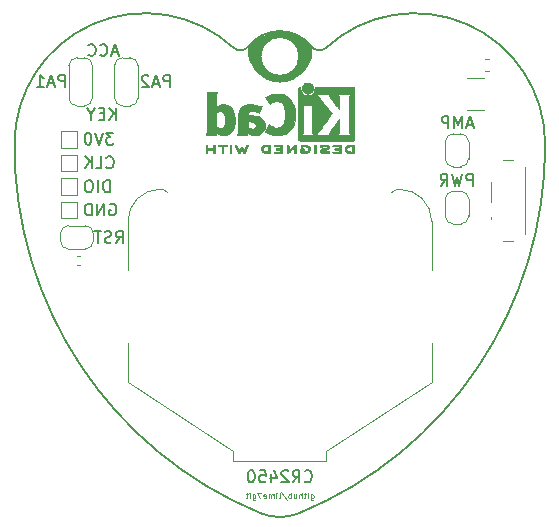
<source format=gbr>
%TF.GenerationSoftware,KiCad,Pcbnew,(5.1.9)-1*%
%TF.CreationDate,2021-12-28T16:52:40+01:00*%
%TF.ProjectId,heart,68656172-742e-46b6-9963-61645f706362,rev?*%
%TF.SameCoordinates,Original*%
%TF.FileFunction,Legend,Bot*%
%TF.FilePolarity,Positive*%
%FSLAX46Y46*%
G04 Gerber Fmt 4.6, Leading zero omitted, Abs format (unit mm)*
G04 Created by KiCad (PCBNEW (5.1.9)-1) date 2021-12-28 16:52:40*
%MOMM*%
%LPD*%
G01*
G04 APERTURE LIST*
%ADD10C,0.100000*%
%ADD11C,0.200000*%
%ADD12C,0.150000*%
%ADD13C,0.120000*%
%ADD14C,0.010000*%
G04 APERTURE END LIST*
D10*
X52619047Y-97892857D02*
X52619047Y-98297619D01*
X52642857Y-98345238D01*
X52666666Y-98369047D01*
X52714285Y-98392857D01*
X52785714Y-98392857D01*
X52833333Y-98369047D01*
X52619047Y-98202380D02*
X52666666Y-98226190D01*
X52761904Y-98226190D01*
X52809523Y-98202380D01*
X52833333Y-98178571D01*
X52857142Y-98130952D01*
X52857142Y-97988095D01*
X52833333Y-97940476D01*
X52809523Y-97916666D01*
X52761904Y-97892857D01*
X52666666Y-97892857D01*
X52619047Y-97916666D01*
X52380952Y-98226190D02*
X52380952Y-97892857D01*
X52380952Y-97726190D02*
X52404761Y-97750000D01*
X52380952Y-97773809D01*
X52357142Y-97750000D01*
X52380952Y-97726190D01*
X52380952Y-97773809D01*
X52214285Y-97892857D02*
X52023809Y-97892857D01*
X52142857Y-97726190D02*
X52142857Y-98154761D01*
X52119047Y-98202380D01*
X52071428Y-98226190D01*
X52023809Y-98226190D01*
X51857142Y-98226190D02*
X51857142Y-97726190D01*
X51642857Y-98226190D02*
X51642857Y-97964285D01*
X51666666Y-97916666D01*
X51714285Y-97892857D01*
X51785714Y-97892857D01*
X51833333Y-97916666D01*
X51857142Y-97940476D01*
X51190476Y-97892857D02*
X51190476Y-98226190D01*
X51404761Y-97892857D02*
X51404761Y-98154761D01*
X51380952Y-98202380D01*
X51333333Y-98226190D01*
X51261904Y-98226190D01*
X51214285Y-98202380D01*
X51190476Y-98178571D01*
X50952380Y-98226190D02*
X50952380Y-97726190D01*
X50952380Y-97916666D02*
X50904761Y-97892857D01*
X50809523Y-97892857D01*
X50761904Y-97916666D01*
X50738095Y-97940476D01*
X50714285Y-97988095D01*
X50714285Y-98130952D01*
X50738095Y-98178571D01*
X50761904Y-98202380D01*
X50809523Y-98226190D01*
X50904761Y-98226190D01*
X50952380Y-98202380D01*
X50142857Y-97702380D02*
X50571428Y-98345238D01*
X49904761Y-98226190D02*
X49952380Y-98202380D01*
X49976190Y-98154761D01*
X49976190Y-97726190D01*
X49714285Y-98226190D02*
X49714285Y-97892857D01*
X49714285Y-97726190D02*
X49738095Y-97750000D01*
X49714285Y-97773809D01*
X49690476Y-97750000D01*
X49714285Y-97726190D01*
X49714285Y-97773809D01*
X49476190Y-98226190D02*
X49476190Y-97892857D01*
X49476190Y-97940476D02*
X49452380Y-97916666D01*
X49404761Y-97892857D01*
X49333333Y-97892857D01*
X49285714Y-97916666D01*
X49261904Y-97964285D01*
X49261904Y-98226190D01*
X49261904Y-97964285D02*
X49238095Y-97916666D01*
X49190476Y-97892857D01*
X49119047Y-97892857D01*
X49071428Y-97916666D01*
X49047619Y-97964285D01*
X49047619Y-98226190D01*
X48619047Y-98202380D02*
X48666666Y-98226190D01*
X48761904Y-98226190D01*
X48809523Y-98202380D01*
X48833333Y-98154761D01*
X48833333Y-97964285D01*
X48809523Y-97916666D01*
X48761904Y-97892857D01*
X48666666Y-97892857D01*
X48619047Y-97916666D01*
X48595238Y-97964285D01*
X48595238Y-98011904D01*
X48833333Y-98059523D01*
X48428571Y-97726190D02*
X48095238Y-97726190D01*
X48309523Y-98226190D01*
X47690476Y-97892857D02*
X47690476Y-98297619D01*
X47714285Y-98345238D01*
X47738095Y-98369047D01*
X47785714Y-98392857D01*
X47857142Y-98392857D01*
X47904761Y-98369047D01*
X47690476Y-98202380D02*
X47738095Y-98226190D01*
X47833333Y-98226190D01*
X47880952Y-98202380D01*
X47904761Y-98178571D01*
X47928571Y-98130952D01*
X47928571Y-97988095D01*
X47904761Y-97940476D01*
X47880952Y-97916666D01*
X47833333Y-97892857D01*
X47738095Y-97892857D01*
X47690476Y-97916666D01*
X47452380Y-98226190D02*
X47452380Y-97892857D01*
X47452380Y-97726190D02*
X47476190Y-97750000D01*
X47452380Y-97773809D01*
X47428571Y-97750000D01*
X47452380Y-97726190D01*
X47452380Y-97773809D01*
X47285714Y-97892857D02*
X47095238Y-97892857D01*
X47214285Y-97726190D02*
X47214285Y-98154761D01*
X47190476Y-98202380D01*
X47142857Y-98226190D01*
X47095238Y-98226190D01*
D11*
X47380000Y-59940000D02*
G75*
G03*
X52636348Y-59968694I2626349J-348693D01*
G01*
D10*
G36*
X50040000Y-59140000D02*
G01*
X49810000Y-59140000D01*
X49610000Y-59180000D01*
X49340000Y-59270000D01*
X49150000Y-59400000D01*
X48900000Y-59560000D01*
X48590000Y-59940000D01*
X48490000Y-60130000D01*
X48400000Y-60370000D01*
X48390000Y-60540000D01*
X48360000Y-60810000D01*
X48350000Y-61030000D01*
X48400000Y-61300000D01*
X48500000Y-61500000D01*
X48690000Y-61830000D01*
X48860000Y-61990000D01*
X49000000Y-62110000D01*
X49180000Y-62260000D01*
X49420000Y-62350000D01*
X49620000Y-62420000D01*
X49840000Y-62470000D01*
X50040000Y-62500000D01*
X50040000Y-62880000D01*
X49690000Y-62860000D01*
X49370000Y-62800000D01*
X49110000Y-62720000D01*
X48880000Y-62630000D01*
X48700000Y-62500000D01*
X48520000Y-62380000D01*
X48330000Y-62250000D01*
X48140000Y-62060000D01*
X48000000Y-61900000D01*
X47780000Y-61580000D01*
X47680000Y-61380000D01*
X47560000Y-61110000D01*
X47520000Y-60940000D01*
X47480000Y-60670000D01*
X47450000Y-60470000D01*
X47450000Y-60270000D01*
X47470000Y-60110000D01*
X47470000Y-59950000D01*
X47640000Y-59740000D01*
X47760000Y-59600000D01*
X47940000Y-59460000D01*
X48200000Y-59260000D01*
X48370000Y-59150000D01*
X48580000Y-59080000D01*
X48830000Y-58960000D01*
X48950000Y-58920000D01*
X49270000Y-58800000D01*
X49450000Y-58760000D01*
X49660000Y-58730000D01*
X49780000Y-58710000D01*
X50040000Y-58710000D01*
X50040000Y-59140000D01*
G37*
X50040000Y-59140000D02*
X49810000Y-59140000D01*
X49610000Y-59180000D01*
X49340000Y-59270000D01*
X49150000Y-59400000D01*
X48900000Y-59560000D01*
X48590000Y-59940000D01*
X48490000Y-60130000D01*
X48400000Y-60370000D01*
X48390000Y-60540000D01*
X48360000Y-60810000D01*
X48350000Y-61030000D01*
X48400000Y-61300000D01*
X48500000Y-61500000D01*
X48690000Y-61830000D01*
X48860000Y-61990000D01*
X49000000Y-62110000D01*
X49180000Y-62260000D01*
X49420000Y-62350000D01*
X49620000Y-62420000D01*
X49840000Y-62470000D01*
X50040000Y-62500000D01*
X50040000Y-62880000D01*
X49690000Y-62860000D01*
X49370000Y-62800000D01*
X49110000Y-62720000D01*
X48880000Y-62630000D01*
X48700000Y-62500000D01*
X48520000Y-62380000D01*
X48330000Y-62250000D01*
X48140000Y-62060000D01*
X48000000Y-61900000D01*
X47780000Y-61580000D01*
X47680000Y-61380000D01*
X47560000Y-61110000D01*
X47520000Y-60940000D01*
X47480000Y-60670000D01*
X47450000Y-60470000D01*
X47450000Y-60270000D01*
X47470000Y-60110000D01*
X47470000Y-59950000D01*
X47640000Y-59740000D01*
X47760000Y-59600000D01*
X47940000Y-59460000D01*
X48200000Y-59260000D01*
X48370000Y-59150000D01*
X48580000Y-59080000D01*
X48830000Y-58960000D01*
X48950000Y-58920000D01*
X49270000Y-58800000D01*
X49450000Y-58760000D01*
X49660000Y-58730000D01*
X49780000Y-58710000D01*
X50040000Y-58710000D01*
X50040000Y-59140000D01*
G36*
X50710000Y-58780000D02*
G01*
X51100000Y-58880000D01*
X51620000Y-59120000D01*
X51910000Y-59290000D01*
X52200000Y-59490000D01*
X52580000Y-59860000D01*
X52650000Y-60030000D01*
X52650000Y-60310000D01*
X52620000Y-60850000D01*
X52300000Y-61590000D01*
X51790000Y-62210000D01*
X51100000Y-62650000D01*
X50500000Y-62850000D01*
X50040000Y-62870000D01*
X50040000Y-62490000D01*
X50140000Y-62490000D01*
X50230000Y-62480000D01*
X50500000Y-62400000D01*
X50770000Y-62290000D01*
X51020000Y-62140000D01*
X51220000Y-61980000D01*
X51420000Y-61700000D01*
X51570000Y-61480000D01*
X51660000Y-61100000D01*
X51680000Y-60790000D01*
X51650000Y-60520000D01*
X51600000Y-60300000D01*
X51460000Y-59990000D01*
X51320000Y-59770000D01*
X51040000Y-59520000D01*
X50750000Y-59340000D01*
X50480000Y-59220000D01*
X50240000Y-59170000D01*
X50040000Y-59150000D01*
X50040000Y-58730000D01*
X50220000Y-58730000D01*
X50710000Y-58780000D01*
G37*
X50710000Y-58780000D02*
X51100000Y-58880000D01*
X51620000Y-59120000D01*
X51910000Y-59290000D01*
X52200000Y-59490000D01*
X52580000Y-59860000D01*
X52650000Y-60030000D01*
X52650000Y-60310000D01*
X52620000Y-60850000D01*
X52300000Y-61590000D01*
X51790000Y-62210000D01*
X51100000Y-62650000D01*
X50500000Y-62850000D01*
X50040000Y-62870000D01*
X50040000Y-62490000D01*
X50140000Y-62490000D01*
X50230000Y-62480000D01*
X50500000Y-62400000D01*
X50770000Y-62290000D01*
X51020000Y-62140000D01*
X51220000Y-61980000D01*
X51420000Y-61700000D01*
X51570000Y-61480000D01*
X51660000Y-61100000D01*
X51680000Y-60790000D01*
X51650000Y-60520000D01*
X51600000Y-60300000D01*
X51460000Y-59990000D01*
X51320000Y-59770000D01*
X51040000Y-59520000D01*
X50750000Y-59340000D01*
X50480000Y-59220000D01*
X50240000Y-59170000D01*
X50040000Y-59150000D01*
X50040000Y-58730000D01*
X50220000Y-58730000D01*
X50710000Y-58780000D01*
D12*
X51650000Y-60800000D02*
G75*
G03*
X51650000Y-60800000I-1644878J0D01*
G01*
D11*
X53923015Y-60068547D02*
G75*
G02*
X52677553Y-59967387I-576074J625010D01*
G01*
X47322447Y-59967387D02*
G75*
G02*
X52677553Y-59967387I2677553J-2095402D01*
G01*
X47322446Y-59967388D02*
G75*
G02*
X46076983Y-60068547I-669388J523851D01*
G01*
X27538011Y-68193681D02*
G75*
G02*
X46076983Y-60068547I11050000J0D01*
G01*
X48388132Y-99482765D02*
G75*
G02*
X27538011Y-68193681I12739570J31080767D01*
G01*
X51611867Y-99482765D02*
G75*
G02*
X48388132Y-99482765I-1611867J3932478D01*
G01*
X72461988Y-68193680D02*
G75*
G02*
X51611867Y-99482765I-33589691J-208318D01*
G01*
X53923016Y-60068547D02*
G75*
G02*
X72461988Y-68193681I7488972J-8125134D01*
G01*
D13*
%TO.C,PA2*%
X38000000Y-64350000D02*
X38000000Y-61550000D01*
X37300000Y-60900000D02*
X36700000Y-60900000D01*
X36000000Y-61550000D02*
X36000000Y-64350000D01*
X36700000Y-65000000D02*
X37300000Y-65000000D01*
X37300000Y-65000000D02*
G75*
G03*
X38000000Y-64300000I0J700000D01*
G01*
X36000000Y-64300000D02*
G75*
G03*
X36700000Y-65000000I700000J0D01*
G01*
X36700000Y-60900000D02*
G75*
G03*
X36000000Y-61600000I0J-700000D01*
G01*
X38000000Y-61600000D02*
G75*
G03*
X37300000Y-60900000I-700000J0D01*
G01*
%TO.C,PA1*%
X34135000Y-64350000D02*
X34135000Y-61550000D01*
X33435000Y-60900000D02*
X32835000Y-60900000D01*
X32135000Y-61550000D02*
X32135000Y-64350000D01*
X32835000Y-65000000D02*
X33435000Y-65000000D01*
X33435000Y-65000000D02*
G75*
G03*
X34135000Y-64300000I0J700000D01*
G01*
X32135000Y-64300000D02*
G75*
G03*
X32835000Y-65000000I700000J0D01*
G01*
X32835000Y-60900000D02*
G75*
G03*
X32135000Y-61600000I0J-700000D01*
G01*
X34135000Y-61600000D02*
G75*
G03*
X33435000Y-60900000I-700000J0D01*
G01*
D14*
%TO.C,REF\u002A\u002A*%
G36*
X43771177Y-68274533D02*
G01*
X43739798Y-68296776D01*
X43712089Y-68324485D01*
X43712089Y-68633920D01*
X43712162Y-68725799D01*
X43712505Y-68797840D01*
X43713308Y-68852780D01*
X43714759Y-68893360D01*
X43717048Y-68922317D01*
X43720364Y-68942391D01*
X43724895Y-68956321D01*
X43730831Y-68966845D01*
X43735486Y-68973100D01*
X43766217Y-68997673D01*
X43801504Y-69000341D01*
X43833755Y-68985271D01*
X43844412Y-68976374D01*
X43851536Y-68964557D01*
X43855833Y-68945526D01*
X43858009Y-68914992D01*
X43858772Y-68868662D01*
X43858845Y-68832871D01*
X43858845Y-68698045D01*
X44355556Y-68698045D01*
X44355556Y-68820700D01*
X44356069Y-68876787D01*
X44358124Y-68915333D01*
X44362492Y-68941361D01*
X44369944Y-68959897D01*
X44378953Y-68973100D01*
X44409856Y-68997604D01*
X44444804Y-69000506D01*
X44478262Y-68983089D01*
X44487396Y-68973959D01*
X44493848Y-68961855D01*
X44498103Y-68943001D01*
X44500648Y-68913620D01*
X44501971Y-68869937D01*
X44502557Y-68808175D01*
X44502625Y-68794000D01*
X44503109Y-68677631D01*
X44503359Y-68581727D01*
X44503277Y-68504177D01*
X44502769Y-68442869D01*
X44501738Y-68395690D01*
X44500087Y-68360530D01*
X44497721Y-68335276D01*
X44494543Y-68317817D01*
X44490456Y-68306041D01*
X44485366Y-68297835D01*
X44479734Y-68291645D01*
X44447872Y-68271844D01*
X44414643Y-68274533D01*
X44383265Y-68296776D01*
X44370567Y-68311126D01*
X44362474Y-68326978D01*
X44357958Y-68349554D01*
X44355994Y-68384078D01*
X44355556Y-68435776D01*
X44355556Y-68551289D01*
X43858845Y-68551289D01*
X43858845Y-68432756D01*
X43858338Y-68378148D01*
X43856302Y-68341275D01*
X43851965Y-68317307D01*
X43844553Y-68301415D01*
X43836267Y-68291645D01*
X43804406Y-68271844D01*
X43771177Y-68274533D01*
G37*
X43771177Y-68274533D02*
X43739798Y-68296776D01*
X43712089Y-68324485D01*
X43712089Y-68633920D01*
X43712162Y-68725799D01*
X43712505Y-68797840D01*
X43713308Y-68852780D01*
X43714759Y-68893360D01*
X43717048Y-68922317D01*
X43720364Y-68942391D01*
X43724895Y-68956321D01*
X43730831Y-68966845D01*
X43735486Y-68973100D01*
X43766217Y-68997673D01*
X43801504Y-69000341D01*
X43833755Y-68985271D01*
X43844412Y-68976374D01*
X43851536Y-68964557D01*
X43855833Y-68945526D01*
X43858009Y-68914992D01*
X43858772Y-68868662D01*
X43858845Y-68832871D01*
X43858845Y-68698045D01*
X44355556Y-68698045D01*
X44355556Y-68820700D01*
X44356069Y-68876787D01*
X44358124Y-68915333D01*
X44362492Y-68941361D01*
X44369944Y-68959897D01*
X44378953Y-68973100D01*
X44409856Y-68997604D01*
X44444804Y-69000506D01*
X44478262Y-68983089D01*
X44487396Y-68973959D01*
X44493848Y-68961855D01*
X44498103Y-68943001D01*
X44500648Y-68913620D01*
X44501971Y-68869937D01*
X44502557Y-68808175D01*
X44502625Y-68794000D01*
X44503109Y-68677631D01*
X44503359Y-68581727D01*
X44503277Y-68504177D01*
X44502769Y-68442869D01*
X44501738Y-68395690D01*
X44500087Y-68360530D01*
X44497721Y-68335276D01*
X44494543Y-68317817D01*
X44490456Y-68306041D01*
X44485366Y-68297835D01*
X44479734Y-68291645D01*
X44447872Y-68271844D01*
X44414643Y-68274533D01*
X44383265Y-68296776D01*
X44370567Y-68311126D01*
X44362474Y-68326978D01*
X44357958Y-68349554D01*
X44355994Y-68384078D01*
X44355556Y-68435776D01*
X44355556Y-68551289D01*
X43858845Y-68551289D01*
X43858845Y-68432756D01*
X43858338Y-68378148D01*
X43856302Y-68341275D01*
X43851965Y-68317307D01*
X43844553Y-68301415D01*
X43836267Y-68291645D01*
X43804406Y-68271844D01*
X43771177Y-68274533D01*
G36*
X45036935Y-68269163D02*
G01*
X44958228Y-68269542D01*
X44897137Y-68270333D01*
X44851183Y-68271670D01*
X44817886Y-68273683D01*
X44794764Y-68276506D01*
X44779338Y-68280269D01*
X44769129Y-68285105D01*
X44764187Y-68288822D01*
X44738543Y-68321358D01*
X44735441Y-68355138D01*
X44751289Y-68385826D01*
X44761652Y-68398089D01*
X44772804Y-68406450D01*
X44788965Y-68411657D01*
X44814358Y-68414457D01*
X44853202Y-68415596D01*
X44909720Y-68415821D01*
X44920820Y-68415822D01*
X45066756Y-68415822D01*
X45066756Y-68686756D01*
X45066852Y-68772154D01*
X45067289Y-68837864D01*
X45068288Y-68886774D01*
X45070072Y-68921773D01*
X45072863Y-68945749D01*
X45076883Y-68961593D01*
X45082355Y-68972191D01*
X45089334Y-68980267D01*
X45122266Y-69000112D01*
X45156646Y-68998548D01*
X45187824Y-68975906D01*
X45190114Y-68973100D01*
X45197571Y-68962492D01*
X45203253Y-68950081D01*
X45207399Y-68932850D01*
X45210250Y-68907784D01*
X45212046Y-68871867D01*
X45213028Y-68822083D01*
X45213436Y-68755417D01*
X45213511Y-68679589D01*
X45213511Y-68415822D01*
X45352873Y-68415822D01*
X45412678Y-68415418D01*
X45454082Y-68413840D01*
X45481252Y-68410547D01*
X45498354Y-68404992D01*
X45509557Y-68396631D01*
X45510917Y-68395178D01*
X45527275Y-68361939D01*
X45525828Y-68324362D01*
X45507022Y-68291645D01*
X45499750Y-68285298D01*
X45490373Y-68280266D01*
X45476391Y-68276396D01*
X45455304Y-68273537D01*
X45424611Y-68271535D01*
X45381811Y-68270239D01*
X45324405Y-68269498D01*
X45249890Y-68269158D01*
X45155767Y-68269068D01*
X45135740Y-68269067D01*
X45036935Y-68269163D01*
G37*
X45036935Y-68269163D02*
X44958228Y-68269542D01*
X44897137Y-68270333D01*
X44851183Y-68271670D01*
X44817886Y-68273683D01*
X44794764Y-68276506D01*
X44779338Y-68280269D01*
X44769129Y-68285105D01*
X44764187Y-68288822D01*
X44738543Y-68321358D01*
X44735441Y-68355138D01*
X44751289Y-68385826D01*
X44761652Y-68398089D01*
X44772804Y-68406450D01*
X44788965Y-68411657D01*
X44814358Y-68414457D01*
X44853202Y-68415596D01*
X44909720Y-68415821D01*
X44920820Y-68415822D01*
X45066756Y-68415822D01*
X45066756Y-68686756D01*
X45066852Y-68772154D01*
X45067289Y-68837864D01*
X45068288Y-68886774D01*
X45070072Y-68921773D01*
X45072863Y-68945749D01*
X45076883Y-68961593D01*
X45082355Y-68972191D01*
X45089334Y-68980267D01*
X45122266Y-69000112D01*
X45156646Y-68998548D01*
X45187824Y-68975906D01*
X45190114Y-68973100D01*
X45197571Y-68962492D01*
X45203253Y-68950081D01*
X45207399Y-68932850D01*
X45210250Y-68907784D01*
X45212046Y-68871867D01*
X45213028Y-68822083D01*
X45213436Y-68755417D01*
X45213511Y-68679589D01*
X45213511Y-68415822D01*
X45352873Y-68415822D01*
X45412678Y-68415418D01*
X45454082Y-68413840D01*
X45481252Y-68410547D01*
X45498354Y-68404992D01*
X45509557Y-68396631D01*
X45510917Y-68395178D01*
X45527275Y-68361939D01*
X45525828Y-68324362D01*
X45507022Y-68291645D01*
X45499750Y-68285298D01*
X45490373Y-68280266D01*
X45476391Y-68276396D01*
X45455304Y-68273537D01*
X45424611Y-68271535D01*
X45381811Y-68270239D01*
X45324405Y-68269498D01*
X45249890Y-68269158D01*
X45155767Y-68269068D01*
X45135740Y-68269067D01*
X45036935Y-68269163D01*
G36*
X45811386Y-68275877D02*
G01*
X45787673Y-68290647D01*
X45761022Y-68312227D01*
X45761022Y-68633773D01*
X45761107Y-68727830D01*
X45761471Y-68801932D01*
X45762276Y-68858704D01*
X45763687Y-68900768D01*
X45765867Y-68930748D01*
X45768979Y-68951267D01*
X45773186Y-68964949D01*
X45778652Y-68974416D01*
X45782528Y-68979082D01*
X45813966Y-68999575D01*
X45849767Y-68998739D01*
X45881127Y-68981264D01*
X45907778Y-68959684D01*
X45907778Y-68312227D01*
X45881127Y-68290647D01*
X45855406Y-68274949D01*
X45834400Y-68269067D01*
X45811386Y-68275877D01*
G37*
X45811386Y-68275877D02*
X45787673Y-68290647D01*
X45761022Y-68312227D01*
X45761022Y-68633773D01*
X45761107Y-68727830D01*
X45761471Y-68801932D01*
X45762276Y-68858704D01*
X45763687Y-68900768D01*
X45765867Y-68930748D01*
X45768979Y-68951267D01*
X45773186Y-68964949D01*
X45778652Y-68974416D01*
X45782528Y-68979082D01*
X45813966Y-68999575D01*
X45849767Y-68998739D01*
X45881127Y-68981264D01*
X45907778Y-68959684D01*
X45907778Y-68312227D01*
X45881127Y-68290647D01*
X45855406Y-68274949D01*
X45834400Y-68269067D01*
X45811386Y-68275877D01*
G36*
X46255335Y-68271034D02*
G01*
X46235745Y-68278035D01*
X46234990Y-68278377D01*
X46208387Y-68298678D01*
X46193730Y-68319561D01*
X46190862Y-68329352D01*
X46191004Y-68342361D01*
X46195039Y-68360895D01*
X46203854Y-68387257D01*
X46218331Y-68423752D01*
X46239355Y-68472687D01*
X46267812Y-68536365D01*
X46304585Y-68617093D01*
X46324825Y-68661216D01*
X46361375Y-68739985D01*
X46395685Y-68812423D01*
X46426448Y-68875880D01*
X46452352Y-68927708D01*
X46472090Y-68965259D01*
X46484350Y-68985884D01*
X46486776Y-68988733D01*
X46517817Y-69001302D01*
X46552879Y-68999619D01*
X46581000Y-68984332D01*
X46582146Y-68983089D01*
X46593332Y-68966154D01*
X46612096Y-68933170D01*
X46636125Y-68888380D01*
X46663103Y-68836032D01*
X46672799Y-68816742D01*
X46745986Y-68670150D01*
X46825760Y-68829393D01*
X46854233Y-68884415D01*
X46880650Y-68932132D01*
X46902852Y-68968893D01*
X46918681Y-68991044D01*
X46924046Y-68995741D01*
X46965743Y-69002102D01*
X47000151Y-68988733D01*
X47010272Y-68974446D01*
X47027786Y-68942692D01*
X47051265Y-68896597D01*
X47079280Y-68839285D01*
X47110401Y-68773880D01*
X47143201Y-68703507D01*
X47176250Y-68631291D01*
X47208119Y-68560355D01*
X47237381Y-68493825D01*
X47262605Y-68434826D01*
X47282364Y-68386481D01*
X47295228Y-68351915D01*
X47299769Y-68334253D01*
X47299723Y-68333613D01*
X47288674Y-68311388D01*
X47266590Y-68288753D01*
X47265290Y-68287768D01*
X47238147Y-68272425D01*
X47213042Y-68272574D01*
X47203632Y-68275466D01*
X47192166Y-68281718D01*
X47179990Y-68294014D01*
X47165643Y-68314908D01*
X47147664Y-68346949D01*
X47124593Y-68392688D01*
X47094970Y-68454677D01*
X47068255Y-68511898D01*
X47037520Y-68578226D01*
X47009979Y-68637874D01*
X46987062Y-68687725D01*
X46970202Y-68724664D01*
X46960827Y-68745573D01*
X46959460Y-68748845D01*
X46953311Y-68743497D01*
X46939178Y-68721109D01*
X46918943Y-68684946D01*
X46894485Y-68638277D01*
X46884752Y-68619022D01*
X46851783Y-68554004D01*
X46826357Y-68506654D01*
X46806388Y-68474219D01*
X46789790Y-68453946D01*
X46774476Y-68443082D01*
X46758360Y-68438875D01*
X46747857Y-68438400D01*
X46729330Y-68440042D01*
X46713096Y-68446831D01*
X46696965Y-68461566D01*
X46678749Y-68487044D01*
X46656261Y-68526061D01*
X46627311Y-68581414D01*
X46611338Y-68612903D01*
X46585430Y-68663087D01*
X46562833Y-68704704D01*
X46545542Y-68734242D01*
X46535550Y-68748189D01*
X46534191Y-68748770D01*
X46527739Y-68737793D01*
X46513292Y-68709290D01*
X46492297Y-68666244D01*
X46466203Y-68611638D01*
X46436454Y-68548454D01*
X46421820Y-68517071D01*
X46383750Y-68436078D01*
X46353095Y-68373756D01*
X46328263Y-68328071D01*
X46307663Y-68296989D01*
X46289702Y-68278478D01*
X46272790Y-68270504D01*
X46255335Y-68271034D01*
G37*
X46255335Y-68271034D02*
X46235745Y-68278035D01*
X46234990Y-68278377D01*
X46208387Y-68298678D01*
X46193730Y-68319561D01*
X46190862Y-68329352D01*
X46191004Y-68342361D01*
X46195039Y-68360895D01*
X46203854Y-68387257D01*
X46218331Y-68423752D01*
X46239355Y-68472687D01*
X46267812Y-68536365D01*
X46304585Y-68617093D01*
X46324825Y-68661216D01*
X46361375Y-68739985D01*
X46395685Y-68812423D01*
X46426448Y-68875880D01*
X46452352Y-68927708D01*
X46472090Y-68965259D01*
X46484350Y-68985884D01*
X46486776Y-68988733D01*
X46517817Y-69001302D01*
X46552879Y-68999619D01*
X46581000Y-68984332D01*
X46582146Y-68983089D01*
X46593332Y-68966154D01*
X46612096Y-68933170D01*
X46636125Y-68888380D01*
X46663103Y-68836032D01*
X46672799Y-68816742D01*
X46745986Y-68670150D01*
X46825760Y-68829393D01*
X46854233Y-68884415D01*
X46880650Y-68932132D01*
X46902852Y-68968893D01*
X46918681Y-68991044D01*
X46924046Y-68995741D01*
X46965743Y-69002102D01*
X47000151Y-68988733D01*
X47010272Y-68974446D01*
X47027786Y-68942692D01*
X47051265Y-68896597D01*
X47079280Y-68839285D01*
X47110401Y-68773880D01*
X47143201Y-68703507D01*
X47176250Y-68631291D01*
X47208119Y-68560355D01*
X47237381Y-68493825D01*
X47262605Y-68434826D01*
X47282364Y-68386481D01*
X47295228Y-68351915D01*
X47299769Y-68334253D01*
X47299723Y-68333613D01*
X47288674Y-68311388D01*
X47266590Y-68288753D01*
X47265290Y-68287768D01*
X47238147Y-68272425D01*
X47213042Y-68272574D01*
X47203632Y-68275466D01*
X47192166Y-68281718D01*
X47179990Y-68294014D01*
X47165643Y-68314908D01*
X47147664Y-68346949D01*
X47124593Y-68392688D01*
X47094970Y-68454677D01*
X47068255Y-68511898D01*
X47037520Y-68578226D01*
X47009979Y-68637874D01*
X46987062Y-68687725D01*
X46970202Y-68724664D01*
X46960827Y-68745573D01*
X46959460Y-68748845D01*
X46953311Y-68743497D01*
X46939178Y-68721109D01*
X46918943Y-68684946D01*
X46894485Y-68638277D01*
X46884752Y-68619022D01*
X46851783Y-68554004D01*
X46826357Y-68506654D01*
X46806388Y-68474219D01*
X46789790Y-68453946D01*
X46774476Y-68443082D01*
X46758360Y-68438875D01*
X46747857Y-68438400D01*
X46729330Y-68440042D01*
X46713096Y-68446831D01*
X46696965Y-68461566D01*
X46678749Y-68487044D01*
X46656261Y-68526061D01*
X46627311Y-68581414D01*
X46611338Y-68612903D01*
X46585430Y-68663087D01*
X46562833Y-68704704D01*
X46545542Y-68734242D01*
X46535550Y-68748189D01*
X46534191Y-68748770D01*
X46527739Y-68737793D01*
X46513292Y-68709290D01*
X46492297Y-68666244D01*
X46466203Y-68611638D01*
X46436454Y-68548454D01*
X46421820Y-68517071D01*
X46383750Y-68436078D01*
X46353095Y-68373756D01*
X46328263Y-68328071D01*
X46307663Y-68296989D01*
X46289702Y-68278478D01*
X46272790Y-68270504D01*
X46255335Y-68271034D01*
G36*
X48981691Y-68269275D02*
G01*
X48852712Y-68273636D01*
X48743009Y-68286861D01*
X48650774Y-68309741D01*
X48574198Y-68343070D01*
X48511473Y-68387638D01*
X48460788Y-68444236D01*
X48420337Y-68513658D01*
X48419541Y-68515351D01*
X48395399Y-68577483D01*
X48386797Y-68632509D01*
X48393769Y-68687887D01*
X48416346Y-68751073D01*
X48420628Y-68760689D01*
X48449828Y-68816966D01*
X48482644Y-68860451D01*
X48524998Y-68897417D01*
X48582810Y-68934135D01*
X48586169Y-68936052D01*
X48636496Y-68960227D01*
X48693379Y-68978282D01*
X48760473Y-68990839D01*
X48841435Y-68998522D01*
X48939918Y-69001953D01*
X48974714Y-69002251D01*
X49140406Y-69002845D01*
X49163803Y-68973100D01*
X49170743Y-68963319D01*
X49176158Y-68951897D01*
X49180235Y-68936095D01*
X49183163Y-68913175D01*
X49185133Y-68880396D01*
X49185775Y-68856089D01*
X49029156Y-68856089D01*
X48935274Y-68856089D01*
X48880336Y-68854483D01*
X48823940Y-68850255D01*
X48777655Y-68844292D01*
X48774861Y-68843790D01*
X48692652Y-68821736D01*
X48628886Y-68788600D01*
X48581548Y-68742847D01*
X48548618Y-68682939D01*
X48542892Y-68667061D01*
X48537279Y-68642333D01*
X48539709Y-68617902D01*
X48551533Y-68585400D01*
X48558660Y-68569434D01*
X48582000Y-68527006D01*
X48610120Y-68497240D01*
X48641060Y-68476511D01*
X48703034Y-68449537D01*
X48782349Y-68429998D01*
X48874747Y-68418746D01*
X48941667Y-68416270D01*
X49029156Y-68415822D01*
X49029156Y-68856089D01*
X49185775Y-68856089D01*
X49186332Y-68835021D01*
X49186950Y-68774311D01*
X49187175Y-68695526D01*
X49187200Y-68633920D01*
X49187200Y-68324485D01*
X49159491Y-68296776D01*
X49147194Y-68285544D01*
X49133897Y-68277853D01*
X49115328Y-68273040D01*
X49087214Y-68270446D01*
X49045283Y-68269410D01*
X48985263Y-68269270D01*
X48981691Y-68269275D01*
G37*
X48981691Y-68269275D02*
X48852712Y-68273636D01*
X48743009Y-68286861D01*
X48650774Y-68309741D01*
X48574198Y-68343070D01*
X48511473Y-68387638D01*
X48460788Y-68444236D01*
X48420337Y-68513658D01*
X48419541Y-68515351D01*
X48395399Y-68577483D01*
X48386797Y-68632509D01*
X48393769Y-68687887D01*
X48416346Y-68751073D01*
X48420628Y-68760689D01*
X48449828Y-68816966D01*
X48482644Y-68860451D01*
X48524998Y-68897417D01*
X48582810Y-68934135D01*
X48586169Y-68936052D01*
X48636496Y-68960227D01*
X48693379Y-68978282D01*
X48760473Y-68990839D01*
X48841435Y-68998522D01*
X48939918Y-69001953D01*
X48974714Y-69002251D01*
X49140406Y-69002845D01*
X49163803Y-68973100D01*
X49170743Y-68963319D01*
X49176158Y-68951897D01*
X49180235Y-68936095D01*
X49183163Y-68913175D01*
X49185133Y-68880396D01*
X49185775Y-68856089D01*
X49029156Y-68856089D01*
X48935274Y-68856089D01*
X48880336Y-68854483D01*
X48823940Y-68850255D01*
X48777655Y-68844292D01*
X48774861Y-68843790D01*
X48692652Y-68821736D01*
X48628886Y-68788600D01*
X48581548Y-68742847D01*
X48548618Y-68682939D01*
X48542892Y-68667061D01*
X48537279Y-68642333D01*
X48539709Y-68617902D01*
X48551533Y-68585400D01*
X48558660Y-68569434D01*
X48582000Y-68527006D01*
X48610120Y-68497240D01*
X48641060Y-68476511D01*
X48703034Y-68449537D01*
X48782349Y-68429998D01*
X48874747Y-68418746D01*
X48941667Y-68416270D01*
X49029156Y-68415822D01*
X49029156Y-68856089D01*
X49185775Y-68856089D01*
X49186332Y-68835021D01*
X49186950Y-68774311D01*
X49187175Y-68695526D01*
X49187200Y-68633920D01*
X49187200Y-68324485D01*
X49159491Y-68296776D01*
X49147194Y-68285544D01*
X49133897Y-68277853D01*
X49115328Y-68273040D01*
X49087214Y-68270446D01*
X49045283Y-68269410D01*
X48985263Y-68269270D01*
X48981691Y-68269275D01*
G36*
X49769657Y-68269260D02*
G01*
X49693299Y-68270174D01*
X49634783Y-68272311D01*
X49591745Y-68276175D01*
X49561817Y-68282267D01*
X49542632Y-68291090D01*
X49531824Y-68303146D01*
X49527027Y-68318939D01*
X49525873Y-68338970D01*
X49525867Y-68341335D01*
X49526869Y-68363992D01*
X49531604Y-68381503D01*
X49542667Y-68394574D01*
X49562652Y-68403913D01*
X49594154Y-68410227D01*
X49639768Y-68414222D01*
X49702087Y-68416606D01*
X49783707Y-68418086D01*
X49808723Y-68418414D01*
X50050800Y-68421467D01*
X50054186Y-68486378D01*
X50057571Y-68551289D01*
X49889424Y-68551289D01*
X49823734Y-68551531D01*
X49776828Y-68552556D01*
X49744917Y-68554811D01*
X49724209Y-68558742D01*
X49710916Y-68564798D01*
X49701245Y-68573424D01*
X49701183Y-68573493D01*
X49683644Y-68607112D01*
X49684278Y-68643448D01*
X49702686Y-68674423D01*
X49706329Y-68677607D01*
X49719259Y-68685812D01*
X49736976Y-68691521D01*
X49763430Y-68695162D01*
X49802568Y-68697167D01*
X49858338Y-68697964D01*
X49894006Y-68698045D01*
X50056445Y-68698045D01*
X50056445Y-68856089D01*
X49809839Y-68856089D01*
X49728420Y-68856231D01*
X49666590Y-68856814D01*
X49621363Y-68858068D01*
X49589752Y-68860227D01*
X49568769Y-68863523D01*
X49555427Y-68868189D01*
X49546739Y-68874457D01*
X49544550Y-68876733D01*
X49528386Y-68908280D01*
X49527203Y-68944168D01*
X49540464Y-68975285D01*
X49550957Y-68985271D01*
X49561871Y-68990769D01*
X49578783Y-68995022D01*
X49604367Y-68998180D01*
X49641299Y-69000392D01*
X49692254Y-69001806D01*
X49759906Y-69002572D01*
X49846931Y-69002838D01*
X49866606Y-69002845D01*
X49955089Y-69002787D01*
X50023773Y-69002467D01*
X50075436Y-69001667D01*
X50112855Y-69000167D01*
X50138810Y-68997749D01*
X50156078Y-68994194D01*
X50167438Y-68989282D01*
X50175668Y-68982795D01*
X50180183Y-68978138D01*
X50186979Y-68969889D01*
X50192288Y-68959669D01*
X50196294Y-68944800D01*
X50199179Y-68922602D01*
X50201126Y-68890393D01*
X50202319Y-68845496D01*
X50202939Y-68785228D01*
X50203171Y-68706911D01*
X50203200Y-68640994D01*
X50203129Y-68548628D01*
X50202792Y-68476117D01*
X50202002Y-68420737D01*
X50200574Y-68379765D01*
X50198321Y-68350478D01*
X50195057Y-68330153D01*
X50190596Y-68316066D01*
X50184752Y-68305495D01*
X50179803Y-68298811D01*
X50156406Y-68269067D01*
X49866226Y-68269067D01*
X49769657Y-68269260D01*
G37*
X49769657Y-68269260D02*
X49693299Y-68270174D01*
X49634783Y-68272311D01*
X49591745Y-68276175D01*
X49561817Y-68282267D01*
X49542632Y-68291090D01*
X49531824Y-68303146D01*
X49527027Y-68318939D01*
X49525873Y-68338970D01*
X49525867Y-68341335D01*
X49526869Y-68363992D01*
X49531604Y-68381503D01*
X49542667Y-68394574D01*
X49562652Y-68403913D01*
X49594154Y-68410227D01*
X49639768Y-68414222D01*
X49702087Y-68416606D01*
X49783707Y-68418086D01*
X49808723Y-68418414D01*
X50050800Y-68421467D01*
X50054186Y-68486378D01*
X50057571Y-68551289D01*
X49889424Y-68551289D01*
X49823734Y-68551531D01*
X49776828Y-68552556D01*
X49744917Y-68554811D01*
X49724209Y-68558742D01*
X49710916Y-68564798D01*
X49701245Y-68573424D01*
X49701183Y-68573493D01*
X49683644Y-68607112D01*
X49684278Y-68643448D01*
X49702686Y-68674423D01*
X49706329Y-68677607D01*
X49719259Y-68685812D01*
X49736976Y-68691521D01*
X49763430Y-68695162D01*
X49802568Y-68697167D01*
X49858338Y-68697964D01*
X49894006Y-68698045D01*
X50056445Y-68698045D01*
X50056445Y-68856089D01*
X49809839Y-68856089D01*
X49728420Y-68856231D01*
X49666590Y-68856814D01*
X49621363Y-68858068D01*
X49589752Y-68860227D01*
X49568769Y-68863523D01*
X49555427Y-68868189D01*
X49546739Y-68874457D01*
X49544550Y-68876733D01*
X49528386Y-68908280D01*
X49527203Y-68944168D01*
X49540464Y-68975285D01*
X49550957Y-68985271D01*
X49561871Y-68990769D01*
X49578783Y-68995022D01*
X49604367Y-68998180D01*
X49641299Y-69000392D01*
X49692254Y-69001806D01*
X49759906Y-69002572D01*
X49846931Y-69002838D01*
X49866606Y-69002845D01*
X49955089Y-69002787D01*
X50023773Y-69002467D01*
X50075436Y-69001667D01*
X50112855Y-69000167D01*
X50138810Y-68997749D01*
X50156078Y-68994194D01*
X50167438Y-68989282D01*
X50175668Y-68982795D01*
X50180183Y-68978138D01*
X50186979Y-68969889D01*
X50192288Y-68959669D01*
X50196294Y-68944800D01*
X50199179Y-68922602D01*
X50201126Y-68890393D01*
X50202319Y-68845496D01*
X50202939Y-68785228D01*
X50203171Y-68706911D01*
X50203200Y-68640994D01*
X50203129Y-68548628D01*
X50202792Y-68476117D01*
X50202002Y-68420737D01*
X50200574Y-68379765D01*
X50198321Y-68350478D01*
X50195057Y-68330153D01*
X50190596Y-68316066D01*
X50184752Y-68305495D01*
X50179803Y-68298811D01*
X50156406Y-68269067D01*
X49866226Y-68269067D01*
X49769657Y-68269260D01*
G36*
X51300114Y-68273448D02*
G01*
X51276548Y-68287273D01*
X51245735Y-68309881D01*
X51206078Y-68342338D01*
X51155980Y-68385708D01*
X51093843Y-68441058D01*
X51018072Y-68509451D01*
X50931334Y-68588084D01*
X50750711Y-68751878D01*
X50745067Y-68532029D01*
X50743029Y-68456351D01*
X50741063Y-68399994D01*
X50738734Y-68359706D01*
X50735606Y-68332235D01*
X50731245Y-68314329D01*
X50725216Y-68302737D01*
X50717084Y-68294208D01*
X50712772Y-68290623D01*
X50678241Y-68271670D01*
X50645383Y-68274441D01*
X50619318Y-68290633D01*
X50592667Y-68312199D01*
X50589352Y-68627151D01*
X50588435Y-68719779D01*
X50587968Y-68792544D01*
X50588113Y-68848161D01*
X50589032Y-68889342D01*
X50590887Y-68918803D01*
X50593839Y-68939255D01*
X50598050Y-68953413D01*
X50603682Y-68963991D01*
X50609927Y-68972474D01*
X50623439Y-68988207D01*
X50636883Y-68998636D01*
X50652124Y-69002639D01*
X50671026Y-68999094D01*
X50695455Y-68986879D01*
X50727273Y-68964871D01*
X50768348Y-68931949D01*
X50820542Y-68886991D01*
X50885722Y-68828875D01*
X50959556Y-68762099D01*
X51224845Y-68521458D01*
X51230489Y-68740589D01*
X51232531Y-68816128D01*
X51234502Y-68872354D01*
X51236839Y-68912524D01*
X51239981Y-68939896D01*
X51244364Y-68957728D01*
X51250424Y-68969279D01*
X51258600Y-68977807D01*
X51262784Y-68981282D01*
X51299765Y-69000372D01*
X51334708Y-68997493D01*
X51365136Y-68973100D01*
X51372097Y-68963286D01*
X51377523Y-68951826D01*
X51381603Y-68935968D01*
X51384529Y-68912963D01*
X51386492Y-68880062D01*
X51387683Y-68834516D01*
X51388292Y-68773573D01*
X51388511Y-68694486D01*
X51388534Y-68635956D01*
X51388460Y-68544407D01*
X51388113Y-68472687D01*
X51387301Y-68418045D01*
X51385833Y-68377732D01*
X51383519Y-68348998D01*
X51380167Y-68329093D01*
X51375588Y-68315268D01*
X51369589Y-68304772D01*
X51365136Y-68298811D01*
X51353850Y-68284691D01*
X51343301Y-68274029D01*
X51331893Y-68267892D01*
X51318030Y-68267343D01*
X51300114Y-68273448D01*
G37*
X51300114Y-68273448D02*
X51276548Y-68287273D01*
X51245735Y-68309881D01*
X51206078Y-68342338D01*
X51155980Y-68385708D01*
X51093843Y-68441058D01*
X51018072Y-68509451D01*
X50931334Y-68588084D01*
X50750711Y-68751878D01*
X50745067Y-68532029D01*
X50743029Y-68456351D01*
X50741063Y-68399994D01*
X50738734Y-68359706D01*
X50735606Y-68332235D01*
X50731245Y-68314329D01*
X50725216Y-68302737D01*
X50717084Y-68294208D01*
X50712772Y-68290623D01*
X50678241Y-68271670D01*
X50645383Y-68274441D01*
X50619318Y-68290633D01*
X50592667Y-68312199D01*
X50589352Y-68627151D01*
X50588435Y-68719779D01*
X50587968Y-68792544D01*
X50588113Y-68848161D01*
X50589032Y-68889342D01*
X50590887Y-68918803D01*
X50593839Y-68939255D01*
X50598050Y-68953413D01*
X50603682Y-68963991D01*
X50609927Y-68972474D01*
X50623439Y-68988207D01*
X50636883Y-68998636D01*
X50652124Y-69002639D01*
X50671026Y-68999094D01*
X50695455Y-68986879D01*
X50727273Y-68964871D01*
X50768348Y-68931949D01*
X50820542Y-68886991D01*
X50885722Y-68828875D01*
X50959556Y-68762099D01*
X51224845Y-68521458D01*
X51230489Y-68740589D01*
X51232531Y-68816128D01*
X51234502Y-68872354D01*
X51236839Y-68912524D01*
X51239981Y-68939896D01*
X51244364Y-68957728D01*
X51250424Y-68969279D01*
X51258600Y-68977807D01*
X51262784Y-68981282D01*
X51299765Y-69000372D01*
X51334708Y-68997493D01*
X51365136Y-68973100D01*
X51372097Y-68963286D01*
X51377523Y-68951826D01*
X51381603Y-68935968D01*
X51384529Y-68912963D01*
X51386492Y-68880062D01*
X51387683Y-68834516D01*
X51388292Y-68773573D01*
X51388511Y-68694486D01*
X51388534Y-68635956D01*
X51388460Y-68544407D01*
X51388113Y-68472687D01*
X51387301Y-68418045D01*
X51385833Y-68377732D01*
X51383519Y-68348998D01*
X51380167Y-68329093D01*
X51375588Y-68315268D01*
X51369589Y-68304772D01*
X51365136Y-68298811D01*
X51353850Y-68284691D01*
X51343301Y-68274029D01*
X51331893Y-68267892D01*
X51318030Y-68267343D01*
X51300114Y-68273448D01*
G36*
X51950081Y-68274599D02*
G01*
X51881565Y-68286095D01*
X51828943Y-68303967D01*
X51794708Y-68327499D01*
X51785379Y-68340924D01*
X51775893Y-68372148D01*
X51782277Y-68400395D01*
X51802430Y-68427182D01*
X51833745Y-68439713D01*
X51879183Y-68438696D01*
X51914326Y-68431906D01*
X51992419Y-68418971D01*
X52072226Y-68417742D01*
X52161555Y-68428241D01*
X52186229Y-68432690D01*
X52269291Y-68456108D01*
X52334273Y-68490945D01*
X52380461Y-68536604D01*
X52407145Y-68592494D01*
X52412663Y-68621388D01*
X52409051Y-68680012D01*
X52385729Y-68731879D01*
X52344824Y-68775978D01*
X52288459Y-68811299D01*
X52218760Y-68836829D01*
X52137852Y-68851559D01*
X52047860Y-68854478D01*
X51950910Y-68844575D01*
X51945436Y-68843641D01*
X51906875Y-68836459D01*
X51885494Y-68829521D01*
X51876227Y-68819227D01*
X51874006Y-68801976D01*
X51873956Y-68792841D01*
X51873956Y-68754489D01*
X51942431Y-68754489D01*
X52002900Y-68750347D01*
X52044165Y-68737147D01*
X52068175Y-68713730D01*
X52076877Y-68678936D01*
X52076983Y-68674394D01*
X52071892Y-68644654D01*
X52054433Y-68623419D01*
X52021939Y-68609366D01*
X51971743Y-68601173D01*
X51923123Y-68598161D01*
X51852456Y-68596433D01*
X51801198Y-68599070D01*
X51766239Y-68608800D01*
X51744470Y-68628353D01*
X51732780Y-68660456D01*
X51728060Y-68707838D01*
X51727200Y-68770071D01*
X51728609Y-68839535D01*
X51732848Y-68886786D01*
X51739936Y-68912012D01*
X51741311Y-68913988D01*
X51780228Y-68945508D01*
X51837286Y-68970470D01*
X51908869Y-68988340D01*
X51991358Y-68998586D01*
X52081139Y-69000673D01*
X52174592Y-68994068D01*
X52229556Y-68985956D01*
X52315766Y-68961554D01*
X52395892Y-68921662D01*
X52462977Y-68869887D01*
X52473173Y-68859539D01*
X52506302Y-68816035D01*
X52536194Y-68762118D01*
X52559357Y-68705592D01*
X52572298Y-68654259D01*
X52573858Y-68634544D01*
X52567218Y-68593419D01*
X52549568Y-68542252D01*
X52524297Y-68488394D01*
X52494789Y-68439195D01*
X52468719Y-68406334D01*
X52407765Y-68357452D01*
X52328969Y-68318545D01*
X52235157Y-68290494D01*
X52129150Y-68274179D01*
X52032000Y-68270192D01*
X51950081Y-68274599D01*
G37*
X51950081Y-68274599D02*
X51881565Y-68286095D01*
X51828943Y-68303967D01*
X51794708Y-68327499D01*
X51785379Y-68340924D01*
X51775893Y-68372148D01*
X51782277Y-68400395D01*
X51802430Y-68427182D01*
X51833745Y-68439713D01*
X51879183Y-68438696D01*
X51914326Y-68431906D01*
X51992419Y-68418971D01*
X52072226Y-68417742D01*
X52161555Y-68428241D01*
X52186229Y-68432690D01*
X52269291Y-68456108D01*
X52334273Y-68490945D01*
X52380461Y-68536604D01*
X52407145Y-68592494D01*
X52412663Y-68621388D01*
X52409051Y-68680012D01*
X52385729Y-68731879D01*
X52344824Y-68775978D01*
X52288459Y-68811299D01*
X52218760Y-68836829D01*
X52137852Y-68851559D01*
X52047860Y-68854478D01*
X51950910Y-68844575D01*
X51945436Y-68843641D01*
X51906875Y-68836459D01*
X51885494Y-68829521D01*
X51876227Y-68819227D01*
X51874006Y-68801976D01*
X51873956Y-68792841D01*
X51873956Y-68754489D01*
X51942431Y-68754489D01*
X52002900Y-68750347D01*
X52044165Y-68737147D01*
X52068175Y-68713730D01*
X52076877Y-68678936D01*
X52076983Y-68674394D01*
X52071892Y-68644654D01*
X52054433Y-68623419D01*
X52021939Y-68609366D01*
X51971743Y-68601173D01*
X51923123Y-68598161D01*
X51852456Y-68596433D01*
X51801198Y-68599070D01*
X51766239Y-68608800D01*
X51744470Y-68628353D01*
X51732780Y-68660456D01*
X51728060Y-68707838D01*
X51727200Y-68770071D01*
X51728609Y-68839535D01*
X51732848Y-68886786D01*
X51739936Y-68912012D01*
X51741311Y-68913988D01*
X51780228Y-68945508D01*
X51837286Y-68970470D01*
X51908869Y-68988340D01*
X51991358Y-68998586D01*
X52081139Y-69000673D01*
X52174592Y-68994068D01*
X52229556Y-68985956D01*
X52315766Y-68961554D01*
X52395892Y-68921662D01*
X52462977Y-68869887D01*
X52473173Y-68859539D01*
X52506302Y-68816035D01*
X52536194Y-68762118D01*
X52559357Y-68705592D01*
X52572298Y-68654259D01*
X52573858Y-68634544D01*
X52567218Y-68593419D01*
X52549568Y-68542252D01*
X52524297Y-68488394D01*
X52494789Y-68439195D01*
X52468719Y-68406334D01*
X52407765Y-68357452D01*
X52328969Y-68318545D01*
X52235157Y-68290494D01*
X52129150Y-68274179D01*
X52032000Y-68270192D01*
X51950081Y-68274599D01*
G36*
X52923822Y-68291645D02*
G01*
X52917242Y-68299218D01*
X52912079Y-68308987D01*
X52908164Y-68323571D01*
X52905324Y-68345585D01*
X52903387Y-68377648D01*
X52902183Y-68422375D01*
X52901539Y-68482385D01*
X52901284Y-68560294D01*
X52901245Y-68635956D01*
X52901314Y-68729802D01*
X52901638Y-68803689D01*
X52902386Y-68860232D01*
X52903732Y-68902049D01*
X52905846Y-68931757D01*
X52908900Y-68951973D01*
X52913066Y-68965314D01*
X52918516Y-68974398D01*
X52923822Y-68980267D01*
X52956826Y-68999947D01*
X52991991Y-68998181D01*
X53023455Y-68976717D01*
X53030684Y-68968337D01*
X53036334Y-68958614D01*
X53040599Y-68944861D01*
X53043673Y-68924389D01*
X53045752Y-68894512D01*
X53047030Y-68852541D01*
X53047701Y-68795789D01*
X53047959Y-68721567D01*
X53048000Y-68637537D01*
X53048000Y-68324485D01*
X53020291Y-68296776D01*
X52986137Y-68273463D01*
X52953006Y-68272623D01*
X52923822Y-68291645D01*
G37*
X52923822Y-68291645D02*
X52917242Y-68299218D01*
X52912079Y-68308987D01*
X52908164Y-68323571D01*
X52905324Y-68345585D01*
X52903387Y-68377648D01*
X52902183Y-68422375D01*
X52901539Y-68482385D01*
X52901284Y-68560294D01*
X52901245Y-68635956D01*
X52901314Y-68729802D01*
X52901638Y-68803689D01*
X52902386Y-68860232D01*
X52903732Y-68902049D01*
X52905846Y-68931757D01*
X52908900Y-68951973D01*
X52913066Y-68965314D01*
X52918516Y-68974398D01*
X52923822Y-68980267D01*
X52956826Y-68999947D01*
X52991991Y-68998181D01*
X53023455Y-68976717D01*
X53030684Y-68968337D01*
X53036334Y-68958614D01*
X53040599Y-68944861D01*
X53043673Y-68924389D01*
X53045752Y-68894512D01*
X53047030Y-68852541D01*
X53047701Y-68795789D01*
X53047959Y-68721567D01*
X53048000Y-68637537D01*
X53048000Y-68324485D01*
X53020291Y-68296776D01*
X52986137Y-68273463D01*
X52953006Y-68272623D01*
X52923822Y-68291645D01*
G36*
X53691703Y-68270351D02*
G01*
X53616888Y-68275581D01*
X53547306Y-68283750D01*
X53487002Y-68294550D01*
X53440020Y-68307673D01*
X53410406Y-68322813D01*
X53405860Y-68327269D01*
X53390054Y-68361850D01*
X53394847Y-68397351D01*
X53419364Y-68427725D01*
X53420534Y-68428596D01*
X53434954Y-68437954D01*
X53450008Y-68442876D01*
X53471005Y-68443473D01*
X53503257Y-68439861D01*
X53552073Y-68432154D01*
X53556000Y-68431505D01*
X53628739Y-68422569D01*
X53707217Y-68418161D01*
X53785927Y-68418119D01*
X53859361Y-68422279D01*
X53922011Y-68430479D01*
X53968370Y-68442557D01*
X53971416Y-68443771D01*
X54005048Y-68462615D01*
X54016864Y-68481685D01*
X54007614Y-68500439D01*
X53978047Y-68518337D01*
X53928911Y-68534837D01*
X53860957Y-68549396D01*
X53815645Y-68556406D01*
X53721456Y-68569889D01*
X53646544Y-68582214D01*
X53587717Y-68594449D01*
X53541785Y-68607661D01*
X53505555Y-68622917D01*
X53475838Y-68641285D01*
X53449442Y-68663831D01*
X53428230Y-68685971D01*
X53403065Y-68716819D01*
X53390681Y-68743345D01*
X53386808Y-68776026D01*
X53386667Y-68787995D01*
X53389576Y-68827712D01*
X53401202Y-68857259D01*
X53421323Y-68883486D01*
X53462216Y-68923576D01*
X53507817Y-68954149D01*
X53561513Y-68976203D01*
X53626692Y-68990735D01*
X53706744Y-68998741D01*
X53805057Y-69001218D01*
X53821289Y-69001177D01*
X53886849Y-68999818D01*
X53951866Y-68996730D01*
X54009252Y-68992356D01*
X54051922Y-68987140D01*
X54055372Y-68986541D01*
X54097796Y-68976491D01*
X54133780Y-68963796D01*
X54154150Y-68952190D01*
X54173107Y-68921572D01*
X54174427Y-68885918D01*
X54158085Y-68854144D01*
X54154429Y-68850551D01*
X54139315Y-68839876D01*
X54120415Y-68835276D01*
X54091162Y-68836059D01*
X54055651Y-68840127D01*
X54015970Y-68843762D01*
X53960345Y-68846828D01*
X53895406Y-68849053D01*
X53827785Y-68850164D01*
X53810000Y-68850237D01*
X53742128Y-68849964D01*
X53692454Y-68848646D01*
X53656610Y-68845827D01*
X53630224Y-68841050D01*
X53608926Y-68833857D01*
X53596126Y-68827867D01*
X53568000Y-68811233D01*
X53550068Y-68796168D01*
X53547447Y-68791897D01*
X53552976Y-68774263D01*
X53579260Y-68757192D01*
X53624478Y-68741458D01*
X53686808Y-68727838D01*
X53705171Y-68724804D01*
X53801090Y-68709738D01*
X53877641Y-68697146D01*
X53937780Y-68686111D01*
X53984460Y-68675720D01*
X54020637Y-68665056D01*
X54049265Y-68653205D01*
X54073298Y-68639251D01*
X54095692Y-68622281D01*
X54119402Y-68601378D01*
X54127380Y-68594049D01*
X54155353Y-68566699D01*
X54170160Y-68545029D01*
X54175952Y-68520232D01*
X54176889Y-68488983D01*
X54166575Y-68427705D01*
X54135752Y-68375640D01*
X54084595Y-68332958D01*
X54013283Y-68299825D01*
X53962400Y-68284964D01*
X53907100Y-68275366D01*
X53840853Y-68269936D01*
X53767706Y-68268367D01*
X53691703Y-68270351D01*
G37*
X53691703Y-68270351D02*
X53616888Y-68275581D01*
X53547306Y-68283750D01*
X53487002Y-68294550D01*
X53440020Y-68307673D01*
X53410406Y-68322813D01*
X53405860Y-68327269D01*
X53390054Y-68361850D01*
X53394847Y-68397351D01*
X53419364Y-68427725D01*
X53420534Y-68428596D01*
X53434954Y-68437954D01*
X53450008Y-68442876D01*
X53471005Y-68443473D01*
X53503257Y-68439861D01*
X53552073Y-68432154D01*
X53556000Y-68431505D01*
X53628739Y-68422569D01*
X53707217Y-68418161D01*
X53785927Y-68418119D01*
X53859361Y-68422279D01*
X53922011Y-68430479D01*
X53968370Y-68442557D01*
X53971416Y-68443771D01*
X54005048Y-68462615D01*
X54016864Y-68481685D01*
X54007614Y-68500439D01*
X53978047Y-68518337D01*
X53928911Y-68534837D01*
X53860957Y-68549396D01*
X53815645Y-68556406D01*
X53721456Y-68569889D01*
X53646544Y-68582214D01*
X53587717Y-68594449D01*
X53541785Y-68607661D01*
X53505555Y-68622917D01*
X53475838Y-68641285D01*
X53449442Y-68663831D01*
X53428230Y-68685971D01*
X53403065Y-68716819D01*
X53390681Y-68743345D01*
X53386808Y-68776026D01*
X53386667Y-68787995D01*
X53389576Y-68827712D01*
X53401202Y-68857259D01*
X53421323Y-68883486D01*
X53462216Y-68923576D01*
X53507817Y-68954149D01*
X53561513Y-68976203D01*
X53626692Y-68990735D01*
X53706744Y-68998741D01*
X53805057Y-69001218D01*
X53821289Y-69001177D01*
X53886849Y-68999818D01*
X53951866Y-68996730D01*
X54009252Y-68992356D01*
X54051922Y-68987140D01*
X54055372Y-68986541D01*
X54097796Y-68976491D01*
X54133780Y-68963796D01*
X54154150Y-68952190D01*
X54173107Y-68921572D01*
X54174427Y-68885918D01*
X54158085Y-68854144D01*
X54154429Y-68850551D01*
X54139315Y-68839876D01*
X54120415Y-68835276D01*
X54091162Y-68836059D01*
X54055651Y-68840127D01*
X54015970Y-68843762D01*
X53960345Y-68846828D01*
X53895406Y-68849053D01*
X53827785Y-68850164D01*
X53810000Y-68850237D01*
X53742128Y-68849964D01*
X53692454Y-68848646D01*
X53656610Y-68845827D01*
X53630224Y-68841050D01*
X53608926Y-68833857D01*
X53596126Y-68827867D01*
X53568000Y-68811233D01*
X53550068Y-68796168D01*
X53547447Y-68791897D01*
X53552976Y-68774263D01*
X53579260Y-68757192D01*
X53624478Y-68741458D01*
X53686808Y-68727838D01*
X53705171Y-68724804D01*
X53801090Y-68709738D01*
X53877641Y-68697146D01*
X53937780Y-68686111D01*
X53984460Y-68675720D01*
X54020637Y-68665056D01*
X54049265Y-68653205D01*
X54073298Y-68639251D01*
X54095692Y-68622281D01*
X54119402Y-68601378D01*
X54127380Y-68594049D01*
X54155353Y-68566699D01*
X54170160Y-68545029D01*
X54175952Y-68520232D01*
X54176889Y-68488983D01*
X54166575Y-68427705D01*
X54135752Y-68375640D01*
X54084595Y-68332958D01*
X54013283Y-68299825D01*
X53962400Y-68284964D01*
X53907100Y-68275366D01*
X53840853Y-68269936D01*
X53767706Y-68268367D01*
X53691703Y-68270351D01*
G36*
X54712794Y-68269146D02*
G01*
X54643386Y-68269518D01*
X54590997Y-68270385D01*
X54552847Y-68271946D01*
X54526159Y-68274403D01*
X54508153Y-68277957D01*
X54496049Y-68282810D01*
X54487069Y-68289161D01*
X54483818Y-68292084D01*
X54464043Y-68323142D01*
X54460482Y-68358828D01*
X54473491Y-68390510D01*
X54479506Y-68396913D01*
X54489235Y-68403121D01*
X54504901Y-68407910D01*
X54529408Y-68411514D01*
X54565661Y-68414164D01*
X54616565Y-68416095D01*
X54685026Y-68417539D01*
X54747617Y-68418418D01*
X54995334Y-68421467D01*
X54998719Y-68486378D01*
X55002105Y-68551289D01*
X54833958Y-68551289D01*
X54760959Y-68551919D01*
X54707517Y-68554553D01*
X54670628Y-68560309D01*
X54647288Y-68570304D01*
X54634494Y-68585656D01*
X54629242Y-68607482D01*
X54628445Y-68627738D01*
X54630923Y-68652592D01*
X54640277Y-68670906D01*
X54659383Y-68683637D01*
X54691118Y-68691741D01*
X54738359Y-68696176D01*
X54803983Y-68697899D01*
X54839801Y-68698045D01*
X55000978Y-68698045D01*
X55000978Y-68856089D01*
X54752622Y-68856089D01*
X54671213Y-68856202D01*
X54609342Y-68856712D01*
X54563968Y-68857870D01*
X54532054Y-68859930D01*
X54510559Y-68863146D01*
X54496443Y-68867772D01*
X54486668Y-68874059D01*
X54481689Y-68878667D01*
X54464610Y-68905560D01*
X54459111Y-68929467D01*
X54466963Y-68958667D01*
X54481689Y-68980267D01*
X54489546Y-68987066D01*
X54499688Y-68992346D01*
X54514844Y-68996298D01*
X54537741Y-68999113D01*
X54571109Y-69000982D01*
X54617675Y-69002098D01*
X54680167Y-69002651D01*
X54761314Y-69002833D01*
X54803422Y-69002845D01*
X54893598Y-69002765D01*
X54963924Y-69002398D01*
X55017129Y-69001552D01*
X55055940Y-69000036D01*
X55083087Y-68997659D01*
X55101298Y-68994229D01*
X55113300Y-68989554D01*
X55121822Y-68983444D01*
X55125156Y-68980267D01*
X55131755Y-68972670D01*
X55136927Y-68962870D01*
X55140846Y-68948239D01*
X55143684Y-68926152D01*
X55145615Y-68893982D01*
X55146812Y-68849103D01*
X55147448Y-68788889D01*
X55147697Y-68710713D01*
X55147734Y-68637923D01*
X55147700Y-68544707D01*
X55147465Y-68471431D01*
X55146830Y-68415458D01*
X55145594Y-68374151D01*
X55143556Y-68344872D01*
X55140517Y-68324984D01*
X55136277Y-68311850D01*
X55130635Y-68302832D01*
X55123391Y-68295293D01*
X55121606Y-68293612D01*
X55112945Y-68286172D01*
X55102882Y-68280409D01*
X55088625Y-68276112D01*
X55067383Y-68273064D01*
X55036364Y-68271051D01*
X54992777Y-68269860D01*
X54933831Y-68269275D01*
X54856734Y-68269083D01*
X54802001Y-68269067D01*
X54712794Y-68269146D01*
G37*
X54712794Y-68269146D02*
X54643386Y-68269518D01*
X54590997Y-68270385D01*
X54552847Y-68271946D01*
X54526159Y-68274403D01*
X54508153Y-68277957D01*
X54496049Y-68282810D01*
X54487069Y-68289161D01*
X54483818Y-68292084D01*
X54464043Y-68323142D01*
X54460482Y-68358828D01*
X54473491Y-68390510D01*
X54479506Y-68396913D01*
X54489235Y-68403121D01*
X54504901Y-68407910D01*
X54529408Y-68411514D01*
X54565661Y-68414164D01*
X54616565Y-68416095D01*
X54685026Y-68417539D01*
X54747617Y-68418418D01*
X54995334Y-68421467D01*
X54998719Y-68486378D01*
X55002105Y-68551289D01*
X54833958Y-68551289D01*
X54760959Y-68551919D01*
X54707517Y-68554553D01*
X54670628Y-68560309D01*
X54647288Y-68570304D01*
X54634494Y-68585656D01*
X54629242Y-68607482D01*
X54628445Y-68627738D01*
X54630923Y-68652592D01*
X54640277Y-68670906D01*
X54659383Y-68683637D01*
X54691118Y-68691741D01*
X54738359Y-68696176D01*
X54803983Y-68697899D01*
X54839801Y-68698045D01*
X55000978Y-68698045D01*
X55000978Y-68856089D01*
X54752622Y-68856089D01*
X54671213Y-68856202D01*
X54609342Y-68856712D01*
X54563968Y-68857870D01*
X54532054Y-68859930D01*
X54510559Y-68863146D01*
X54496443Y-68867772D01*
X54486668Y-68874059D01*
X54481689Y-68878667D01*
X54464610Y-68905560D01*
X54459111Y-68929467D01*
X54466963Y-68958667D01*
X54481689Y-68980267D01*
X54489546Y-68987066D01*
X54499688Y-68992346D01*
X54514844Y-68996298D01*
X54537741Y-68999113D01*
X54571109Y-69000982D01*
X54617675Y-69002098D01*
X54680167Y-69002651D01*
X54761314Y-69002833D01*
X54803422Y-69002845D01*
X54893598Y-69002765D01*
X54963924Y-69002398D01*
X55017129Y-69001552D01*
X55055940Y-69000036D01*
X55083087Y-68997659D01*
X55101298Y-68994229D01*
X55113300Y-68989554D01*
X55121822Y-68983444D01*
X55125156Y-68980267D01*
X55131755Y-68972670D01*
X55136927Y-68962870D01*
X55140846Y-68948239D01*
X55143684Y-68926152D01*
X55145615Y-68893982D01*
X55146812Y-68849103D01*
X55147448Y-68788889D01*
X55147697Y-68710713D01*
X55147734Y-68637923D01*
X55147700Y-68544707D01*
X55147465Y-68471431D01*
X55146830Y-68415458D01*
X55145594Y-68374151D01*
X55143556Y-68344872D01*
X55140517Y-68324984D01*
X55136277Y-68311850D01*
X55130635Y-68302832D01*
X55123391Y-68295293D01*
X55121606Y-68293612D01*
X55112945Y-68286172D01*
X55102882Y-68280409D01*
X55088625Y-68276112D01*
X55067383Y-68273064D01*
X55036364Y-68271051D01*
X54992777Y-68269860D01*
X54933831Y-68269275D01*
X54856734Y-68269083D01*
X54802001Y-68269067D01*
X54712794Y-68269146D01*
G36*
X56121371Y-68269066D02*
G01*
X56081889Y-68269467D01*
X55966200Y-68272259D01*
X55869311Y-68280550D01*
X55787919Y-68295232D01*
X55718723Y-68317193D01*
X55658420Y-68347322D01*
X55603708Y-68386510D01*
X55584167Y-68403532D01*
X55551750Y-68443363D01*
X55522520Y-68497413D01*
X55499991Y-68557323D01*
X55487679Y-68614739D01*
X55486400Y-68635956D01*
X55494417Y-68694769D01*
X55515899Y-68759013D01*
X55546999Y-68819821D01*
X55583866Y-68868330D01*
X55589854Y-68874182D01*
X55640579Y-68915321D01*
X55696125Y-68947435D01*
X55759696Y-68971365D01*
X55834494Y-68987953D01*
X55923722Y-68998041D01*
X56030582Y-69002469D01*
X56079528Y-69002845D01*
X56141762Y-69002545D01*
X56185528Y-69001292D01*
X56214931Y-68998554D01*
X56234079Y-68993801D01*
X56247077Y-68986501D01*
X56254045Y-68980267D01*
X56260626Y-68972694D01*
X56265788Y-68962924D01*
X56269703Y-68948340D01*
X56272543Y-68926326D01*
X56274480Y-68894264D01*
X56275684Y-68849536D01*
X56276328Y-68789526D01*
X56276583Y-68711617D01*
X56276622Y-68635956D01*
X56276870Y-68535041D01*
X56276817Y-68454427D01*
X56275857Y-68415822D01*
X56129867Y-68415822D01*
X56129867Y-68856089D01*
X56036734Y-68856004D01*
X55980693Y-68854396D01*
X55921999Y-68850256D01*
X55873028Y-68844464D01*
X55871538Y-68844226D01*
X55792392Y-68825090D01*
X55731002Y-68795287D01*
X55684305Y-68752878D01*
X55654635Y-68706961D01*
X55636353Y-68656026D01*
X55637771Y-68608200D01*
X55658988Y-68556933D01*
X55700489Y-68503899D01*
X55757998Y-68464600D01*
X55832750Y-68438331D01*
X55882708Y-68429035D01*
X55939416Y-68422507D01*
X55999519Y-68417782D01*
X56050639Y-68415817D01*
X56053667Y-68415808D01*
X56129867Y-68415822D01*
X56275857Y-68415822D01*
X56275260Y-68391851D01*
X56270998Y-68345055D01*
X56262830Y-68311778D01*
X56249556Y-68289759D01*
X56229974Y-68276739D01*
X56202883Y-68270457D01*
X56167082Y-68268653D01*
X56121371Y-68269066D01*
G37*
X56121371Y-68269066D02*
X56081889Y-68269467D01*
X55966200Y-68272259D01*
X55869311Y-68280550D01*
X55787919Y-68295232D01*
X55718723Y-68317193D01*
X55658420Y-68347322D01*
X55603708Y-68386510D01*
X55584167Y-68403532D01*
X55551750Y-68443363D01*
X55522520Y-68497413D01*
X55499991Y-68557323D01*
X55487679Y-68614739D01*
X55486400Y-68635956D01*
X55494417Y-68694769D01*
X55515899Y-68759013D01*
X55546999Y-68819821D01*
X55583866Y-68868330D01*
X55589854Y-68874182D01*
X55640579Y-68915321D01*
X55696125Y-68947435D01*
X55759696Y-68971365D01*
X55834494Y-68987953D01*
X55923722Y-68998041D01*
X56030582Y-69002469D01*
X56079528Y-69002845D01*
X56141762Y-69002545D01*
X56185528Y-69001292D01*
X56214931Y-68998554D01*
X56234079Y-68993801D01*
X56247077Y-68986501D01*
X56254045Y-68980267D01*
X56260626Y-68972694D01*
X56265788Y-68962924D01*
X56269703Y-68948340D01*
X56272543Y-68926326D01*
X56274480Y-68894264D01*
X56275684Y-68849536D01*
X56276328Y-68789526D01*
X56276583Y-68711617D01*
X56276622Y-68635956D01*
X56276870Y-68535041D01*
X56276817Y-68454427D01*
X56275857Y-68415822D01*
X56129867Y-68415822D01*
X56129867Y-68856089D01*
X56036734Y-68856004D01*
X55980693Y-68854396D01*
X55921999Y-68850256D01*
X55873028Y-68844464D01*
X55871538Y-68844226D01*
X55792392Y-68825090D01*
X55731002Y-68795287D01*
X55684305Y-68752878D01*
X55654635Y-68706961D01*
X55636353Y-68656026D01*
X55637771Y-68608200D01*
X55658988Y-68556933D01*
X55700489Y-68503899D01*
X55757998Y-68464600D01*
X55832750Y-68438331D01*
X55882708Y-68429035D01*
X55939416Y-68422507D01*
X55999519Y-68417782D01*
X56050639Y-68415817D01*
X56053667Y-68415808D01*
X56129867Y-68415822D01*
X56275857Y-68415822D01*
X56275260Y-68391851D01*
X56270998Y-68345055D01*
X56262830Y-68311778D01*
X56249556Y-68289759D01*
X56229974Y-68276739D01*
X56202883Y-68270457D01*
X56167082Y-68268653D01*
X56121371Y-68269066D01*
G36*
X52273043Y-63026571D02*
G01*
X52176768Y-63050809D01*
X52090184Y-63093641D01*
X52015373Y-63153419D01*
X51954418Y-63228494D01*
X51909399Y-63317220D01*
X51883136Y-63413530D01*
X51877286Y-63510795D01*
X51892140Y-63604654D01*
X51925840Y-63692511D01*
X51976528Y-63771770D01*
X52042345Y-63839836D01*
X52121434Y-63894112D01*
X52211934Y-63932002D01*
X52263200Y-63944426D01*
X52307698Y-63951947D01*
X52341999Y-63954919D01*
X52374960Y-63953094D01*
X52415434Y-63946225D01*
X52448531Y-63939250D01*
X52541947Y-63907741D01*
X52625619Y-63856617D01*
X52697665Y-63787429D01*
X52756200Y-63701728D01*
X52770148Y-63674489D01*
X52786586Y-63638122D01*
X52796894Y-63607582D01*
X52802460Y-63575450D01*
X52804669Y-63534307D01*
X52804948Y-63488222D01*
X52800861Y-63403865D01*
X52787446Y-63334586D01*
X52762256Y-63273961D01*
X52722846Y-63215567D01*
X52684298Y-63171302D01*
X52612406Y-63105484D01*
X52537313Y-63060053D01*
X52454562Y-63032850D01*
X52376928Y-63022576D01*
X52273043Y-63026571D01*
G37*
X52273043Y-63026571D02*
X52176768Y-63050809D01*
X52090184Y-63093641D01*
X52015373Y-63153419D01*
X51954418Y-63228494D01*
X51909399Y-63317220D01*
X51883136Y-63413530D01*
X51877286Y-63510795D01*
X51892140Y-63604654D01*
X51925840Y-63692511D01*
X51976528Y-63771770D01*
X52042345Y-63839836D01*
X52121434Y-63894112D01*
X52211934Y-63932002D01*
X52263200Y-63944426D01*
X52307698Y-63951947D01*
X52341999Y-63954919D01*
X52374960Y-63953094D01*
X52415434Y-63946225D01*
X52448531Y-63939250D01*
X52541947Y-63907741D01*
X52625619Y-63856617D01*
X52697665Y-63787429D01*
X52756200Y-63701728D01*
X52770148Y-63674489D01*
X52786586Y-63638122D01*
X52796894Y-63607582D01*
X52802460Y-63575450D01*
X52804669Y-63534307D01*
X52804948Y-63488222D01*
X52800861Y-63403865D01*
X52787446Y-63334586D01*
X52762256Y-63273961D01*
X52722846Y-63215567D01*
X52684298Y-63171302D01*
X52612406Y-63105484D01*
X52537313Y-63060053D01*
X52454562Y-63032850D01*
X52376928Y-63022576D01*
X52273043Y-63026571D01*
G36*
X43813493Y-65472245D02*
G01*
X43813474Y-65706662D01*
X43813448Y-65919603D01*
X43813375Y-66112168D01*
X43813218Y-66285459D01*
X43812936Y-66440576D01*
X43812491Y-66578620D01*
X43811844Y-66700692D01*
X43810955Y-66807894D01*
X43809787Y-66901326D01*
X43808299Y-66982090D01*
X43806454Y-67051286D01*
X43804211Y-67110015D01*
X43801531Y-67159379D01*
X43798377Y-67200478D01*
X43794708Y-67234413D01*
X43790487Y-67262286D01*
X43785673Y-67285198D01*
X43780227Y-67304249D01*
X43774112Y-67320540D01*
X43767288Y-67335173D01*
X43759715Y-67349249D01*
X43751355Y-67363868D01*
X43746161Y-67372974D01*
X43711896Y-67433689D01*
X44570045Y-67433689D01*
X44570045Y-67337733D01*
X44570776Y-67294370D01*
X44572728Y-67261205D01*
X44575537Y-67243424D01*
X44576779Y-67241778D01*
X44588201Y-67248662D01*
X44610916Y-67266505D01*
X44633615Y-67285879D01*
X44688200Y-67326614D01*
X44757679Y-67367617D01*
X44834730Y-67405123D01*
X44912035Y-67435364D01*
X44942887Y-67445012D01*
X45011384Y-67459578D01*
X45094236Y-67469539D01*
X45183629Y-67474583D01*
X45271752Y-67474396D01*
X45350793Y-67468666D01*
X45388489Y-67462858D01*
X45526586Y-67424797D01*
X45653887Y-67367073D01*
X45769708Y-67290211D01*
X45873363Y-67194739D01*
X45964167Y-67081179D01*
X46030969Y-66970381D01*
X46085836Y-66853625D01*
X46127837Y-66734276D01*
X46157833Y-66608283D01*
X46176689Y-66471594D01*
X46185268Y-66320158D01*
X46185994Y-66242711D01*
X46183900Y-66185934D01*
X45354783Y-66185934D01*
X45354576Y-66279002D01*
X45351663Y-66366692D01*
X45346000Y-66443772D01*
X45337545Y-66505009D01*
X45334962Y-66517350D01*
X45303160Y-66624633D01*
X45261502Y-66711658D01*
X45209637Y-66778642D01*
X45147219Y-66825805D01*
X45073900Y-66853365D01*
X44989331Y-66861541D01*
X44893165Y-66850551D01*
X44829689Y-66834829D01*
X44780546Y-66816639D01*
X44726417Y-66790791D01*
X44685756Y-66767089D01*
X44615200Y-66720721D01*
X44615200Y-65570530D01*
X44682608Y-65526962D01*
X44761133Y-65486040D01*
X44845319Y-65459389D01*
X44930443Y-65447465D01*
X45011784Y-65450722D01*
X45084620Y-65469615D01*
X45116574Y-65485184D01*
X45174499Y-65528181D01*
X45223456Y-65584953D01*
X45264610Y-65657575D01*
X45299126Y-65748121D01*
X45328167Y-65858666D01*
X45329448Y-65864533D01*
X45339619Y-65926788D01*
X45347261Y-66004594D01*
X45352330Y-66092720D01*
X45354783Y-66185934D01*
X46183900Y-66185934D01*
X46178143Y-66029895D01*
X46156198Y-65834059D01*
X46120214Y-65655332D01*
X46070241Y-65493845D01*
X46006332Y-65349726D01*
X45928538Y-65223106D01*
X45836911Y-65114115D01*
X45731503Y-65022883D01*
X45686338Y-64991932D01*
X45585389Y-64935785D01*
X45482099Y-64896174D01*
X45372011Y-64872014D01*
X45250670Y-64862219D01*
X45158164Y-64863265D01*
X45028510Y-64874231D01*
X44915916Y-64896046D01*
X44817125Y-64929714D01*
X44728879Y-64976236D01*
X44680014Y-65010448D01*
X44650647Y-65032362D01*
X44628957Y-65047333D01*
X44620747Y-65051733D01*
X44619132Y-65040904D01*
X44617841Y-65010251D01*
X44616862Y-64962526D01*
X44616183Y-64900479D01*
X44615790Y-64826862D01*
X44615670Y-64744427D01*
X44615812Y-64655925D01*
X44616203Y-64564107D01*
X44616829Y-64471724D01*
X44617680Y-64381528D01*
X44618740Y-64296271D01*
X44619999Y-64218703D01*
X44621444Y-64151576D01*
X44623062Y-64097641D01*
X44624839Y-64059650D01*
X44625331Y-64052667D01*
X44632908Y-63982251D01*
X44644469Y-63927102D01*
X44662208Y-63879981D01*
X44688318Y-63833647D01*
X44694585Y-63824067D01*
X44719017Y-63787378D01*
X43813689Y-63787378D01*
X43813493Y-65472245D01*
G37*
X43813493Y-65472245D02*
X43813474Y-65706662D01*
X43813448Y-65919603D01*
X43813375Y-66112168D01*
X43813218Y-66285459D01*
X43812936Y-66440576D01*
X43812491Y-66578620D01*
X43811844Y-66700692D01*
X43810955Y-66807894D01*
X43809787Y-66901326D01*
X43808299Y-66982090D01*
X43806454Y-67051286D01*
X43804211Y-67110015D01*
X43801531Y-67159379D01*
X43798377Y-67200478D01*
X43794708Y-67234413D01*
X43790487Y-67262286D01*
X43785673Y-67285198D01*
X43780227Y-67304249D01*
X43774112Y-67320540D01*
X43767288Y-67335173D01*
X43759715Y-67349249D01*
X43751355Y-67363868D01*
X43746161Y-67372974D01*
X43711896Y-67433689D01*
X44570045Y-67433689D01*
X44570045Y-67337733D01*
X44570776Y-67294370D01*
X44572728Y-67261205D01*
X44575537Y-67243424D01*
X44576779Y-67241778D01*
X44588201Y-67248662D01*
X44610916Y-67266505D01*
X44633615Y-67285879D01*
X44688200Y-67326614D01*
X44757679Y-67367617D01*
X44834730Y-67405123D01*
X44912035Y-67435364D01*
X44942887Y-67445012D01*
X45011384Y-67459578D01*
X45094236Y-67469539D01*
X45183629Y-67474583D01*
X45271752Y-67474396D01*
X45350793Y-67468666D01*
X45388489Y-67462858D01*
X45526586Y-67424797D01*
X45653887Y-67367073D01*
X45769708Y-67290211D01*
X45873363Y-67194739D01*
X45964167Y-67081179D01*
X46030969Y-66970381D01*
X46085836Y-66853625D01*
X46127837Y-66734276D01*
X46157833Y-66608283D01*
X46176689Y-66471594D01*
X46185268Y-66320158D01*
X46185994Y-66242711D01*
X46183900Y-66185934D01*
X45354783Y-66185934D01*
X45354576Y-66279002D01*
X45351663Y-66366692D01*
X45346000Y-66443772D01*
X45337545Y-66505009D01*
X45334962Y-66517350D01*
X45303160Y-66624633D01*
X45261502Y-66711658D01*
X45209637Y-66778642D01*
X45147219Y-66825805D01*
X45073900Y-66853365D01*
X44989331Y-66861541D01*
X44893165Y-66850551D01*
X44829689Y-66834829D01*
X44780546Y-66816639D01*
X44726417Y-66790791D01*
X44685756Y-66767089D01*
X44615200Y-66720721D01*
X44615200Y-65570530D01*
X44682608Y-65526962D01*
X44761133Y-65486040D01*
X44845319Y-65459389D01*
X44930443Y-65447465D01*
X45011784Y-65450722D01*
X45084620Y-65469615D01*
X45116574Y-65485184D01*
X45174499Y-65528181D01*
X45223456Y-65584953D01*
X45264610Y-65657575D01*
X45299126Y-65748121D01*
X45328167Y-65858666D01*
X45329448Y-65864533D01*
X45339619Y-65926788D01*
X45347261Y-66004594D01*
X45352330Y-66092720D01*
X45354783Y-66185934D01*
X46183900Y-66185934D01*
X46178143Y-66029895D01*
X46156198Y-65834059D01*
X46120214Y-65655332D01*
X46070241Y-65493845D01*
X46006332Y-65349726D01*
X45928538Y-65223106D01*
X45836911Y-65114115D01*
X45731503Y-65022883D01*
X45686338Y-64991932D01*
X45585389Y-64935785D01*
X45482099Y-64896174D01*
X45372011Y-64872014D01*
X45250670Y-64862219D01*
X45158164Y-64863265D01*
X45028510Y-64874231D01*
X44915916Y-64896046D01*
X44817125Y-64929714D01*
X44728879Y-64976236D01*
X44680014Y-65010448D01*
X44650647Y-65032362D01*
X44628957Y-65047333D01*
X44620747Y-65051733D01*
X44619132Y-65040904D01*
X44617841Y-65010251D01*
X44616862Y-64962526D01*
X44616183Y-64900479D01*
X44615790Y-64826862D01*
X44615670Y-64744427D01*
X44615812Y-64655925D01*
X44616203Y-64564107D01*
X44616829Y-64471724D01*
X44617680Y-64381528D01*
X44618740Y-64296271D01*
X44619999Y-64218703D01*
X44621444Y-64151576D01*
X44623062Y-64097641D01*
X44624839Y-64059650D01*
X44625331Y-64052667D01*
X44632908Y-63982251D01*
X44644469Y-63927102D01*
X44662208Y-63879981D01*
X44688318Y-63833647D01*
X44694585Y-63824067D01*
X44719017Y-63787378D01*
X43813689Y-63787378D01*
X43813493Y-65472245D01*
G36*
X47326426Y-64866552D02*
G01*
X47174508Y-64886567D01*
X47039244Y-64920202D01*
X46919761Y-64967725D01*
X46815185Y-65029405D01*
X46737576Y-65092965D01*
X46668735Y-65167099D01*
X46614994Y-65246871D01*
X46572090Y-65339091D01*
X46556616Y-65382161D01*
X46543756Y-65421142D01*
X46532554Y-65457289D01*
X46522880Y-65492434D01*
X46514604Y-65528410D01*
X46507597Y-65567050D01*
X46501728Y-65610185D01*
X46496869Y-65659649D01*
X46492890Y-65717273D01*
X46489660Y-65784891D01*
X46487051Y-65864334D01*
X46484933Y-65957436D01*
X46483176Y-66066027D01*
X46481651Y-66191942D01*
X46480228Y-66337012D01*
X46478975Y-66479778D01*
X46477649Y-66635968D01*
X46476444Y-66771239D01*
X46475234Y-66887246D01*
X46473894Y-66985645D01*
X46472300Y-67068093D01*
X46470325Y-67136246D01*
X46467844Y-67191760D01*
X46464731Y-67236292D01*
X46460862Y-67271498D01*
X46456111Y-67299034D01*
X46450352Y-67320556D01*
X46443461Y-67337722D01*
X46435311Y-67352186D01*
X46425777Y-67365606D01*
X46414734Y-67379638D01*
X46410434Y-67385071D01*
X46394614Y-67407910D01*
X46387578Y-67423463D01*
X46387556Y-67423922D01*
X46398433Y-67426121D01*
X46429418Y-67428147D01*
X46478043Y-67429942D01*
X46541837Y-67431451D01*
X46618331Y-67432616D01*
X46705056Y-67433380D01*
X46799543Y-67433686D01*
X46810450Y-67433689D01*
X47233343Y-67433689D01*
X47236605Y-67337622D01*
X47239867Y-67241556D01*
X47301956Y-67292543D01*
X47399286Y-67360057D01*
X47509187Y-67414749D01*
X47595651Y-67444978D01*
X47664722Y-67459666D01*
X47748075Y-67469659D01*
X47837841Y-67474646D01*
X47926155Y-67474313D01*
X48005149Y-67468351D01*
X48041378Y-67462638D01*
X48181397Y-67424776D01*
X48307822Y-67369932D01*
X48419740Y-67298924D01*
X48516238Y-67212568D01*
X48596400Y-67111679D01*
X48659313Y-66997076D01*
X48703688Y-66870984D01*
X48716022Y-66814401D01*
X48723632Y-66752202D01*
X48727261Y-66677363D01*
X48727755Y-66643467D01*
X48727690Y-66640282D01*
X47967752Y-66640282D01*
X47958459Y-66715333D01*
X47930272Y-66779160D01*
X47881803Y-66834798D01*
X47876746Y-66839211D01*
X47828452Y-66874037D01*
X47776743Y-66896620D01*
X47716011Y-66908540D01*
X47640648Y-66911383D01*
X47622541Y-66910978D01*
X47568722Y-66908325D01*
X47528692Y-66902909D01*
X47493676Y-66892745D01*
X47454897Y-66875850D01*
X47444255Y-66870672D01*
X47383604Y-66834844D01*
X47336785Y-66792212D01*
X47324048Y-66776973D01*
X47279378Y-66720462D01*
X47279378Y-66524586D01*
X47279914Y-66445939D01*
X47281604Y-66387988D01*
X47284572Y-66348875D01*
X47288943Y-66326741D01*
X47293028Y-66320274D01*
X47308953Y-66317111D01*
X47342736Y-66314488D01*
X47389660Y-66312655D01*
X47445007Y-66311857D01*
X47453894Y-66311842D01*
X47574670Y-66317096D01*
X47677340Y-66333263D01*
X47763894Y-66360961D01*
X47836319Y-66400808D01*
X47891249Y-66447758D01*
X47935796Y-66505645D01*
X47960520Y-66568693D01*
X47967752Y-66640282D01*
X48727690Y-66640282D01*
X48725822Y-66549712D01*
X48717478Y-66470812D01*
X48701232Y-66399590D01*
X48675595Y-66328864D01*
X48651599Y-66276493D01*
X48592980Y-66181196D01*
X48514883Y-66093170D01*
X48419685Y-66014017D01*
X48309762Y-65945340D01*
X48187490Y-65888741D01*
X48055245Y-65845821D01*
X47990578Y-65830882D01*
X47854396Y-65808777D01*
X47705951Y-65794194D01*
X47554495Y-65787813D01*
X47427936Y-65789445D01*
X47266050Y-65796224D01*
X47273470Y-65737245D01*
X47292762Y-65638092D01*
X47323896Y-65557372D01*
X47367731Y-65494466D01*
X47425129Y-65448756D01*
X47496952Y-65419622D01*
X47584059Y-65406447D01*
X47687314Y-65408611D01*
X47725289Y-65412612D01*
X47866480Y-65437780D01*
X48003293Y-65478814D01*
X48097822Y-65516815D01*
X48142982Y-65536190D01*
X48181415Y-65551760D01*
X48207766Y-65561405D01*
X48215454Y-65563452D01*
X48225198Y-65554374D01*
X48241917Y-65525405D01*
X48265768Y-65476217D01*
X48296907Y-65406484D01*
X48335493Y-65315879D01*
X48342090Y-65300089D01*
X48372147Y-65227772D01*
X48399126Y-65162425D01*
X48421864Y-65106906D01*
X48439194Y-65064072D01*
X48449952Y-65036781D01*
X48453059Y-65027942D01*
X48443060Y-65023187D01*
X48416783Y-65017910D01*
X48388511Y-65014231D01*
X48358354Y-65009474D01*
X48310567Y-65000028D01*
X48249388Y-64986820D01*
X48179054Y-64970776D01*
X48103806Y-64952820D01*
X48075245Y-64945797D01*
X47970184Y-64920209D01*
X47882520Y-64900147D01*
X47807932Y-64884969D01*
X47742097Y-64874035D01*
X47680693Y-64866704D01*
X47619398Y-64862335D01*
X47553890Y-64860287D01*
X47495872Y-64859889D01*
X47326426Y-64866552D01*
G37*
X47326426Y-64866552D02*
X47174508Y-64886567D01*
X47039244Y-64920202D01*
X46919761Y-64967725D01*
X46815185Y-65029405D01*
X46737576Y-65092965D01*
X46668735Y-65167099D01*
X46614994Y-65246871D01*
X46572090Y-65339091D01*
X46556616Y-65382161D01*
X46543756Y-65421142D01*
X46532554Y-65457289D01*
X46522880Y-65492434D01*
X46514604Y-65528410D01*
X46507597Y-65567050D01*
X46501728Y-65610185D01*
X46496869Y-65659649D01*
X46492890Y-65717273D01*
X46489660Y-65784891D01*
X46487051Y-65864334D01*
X46484933Y-65957436D01*
X46483176Y-66066027D01*
X46481651Y-66191942D01*
X46480228Y-66337012D01*
X46478975Y-66479778D01*
X46477649Y-66635968D01*
X46476444Y-66771239D01*
X46475234Y-66887246D01*
X46473894Y-66985645D01*
X46472300Y-67068093D01*
X46470325Y-67136246D01*
X46467844Y-67191760D01*
X46464731Y-67236292D01*
X46460862Y-67271498D01*
X46456111Y-67299034D01*
X46450352Y-67320556D01*
X46443461Y-67337722D01*
X46435311Y-67352186D01*
X46425777Y-67365606D01*
X46414734Y-67379638D01*
X46410434Y-67385071D01*
X46394614Y-67407910D01*
X46387578Y-67423463D01*
X46387556Y-67423922D01*
X46398433Y-67426121D01*
X46429418Y-67428147D01*
X46478043Y-67429942D01*
X46541837Y-67431451D01*
X46618331Y-67432616D01*
X46705056Y-67433380D01*
X46799543Y-67433686D01*
X46810450Y-67433689D01*
X47233343Y-67433689D01*
X47236605Y-67337622D01*
X47239867Y-67241556D01*
X47301956Y-67292543D01*
X47399286Y-67360057D01*
X47509187Y-67414749D01*
X47595651Y-67444978D01*
X47664722Y-67459666D01*
X47748075Y-67469659D01*
X47837841Y-67474646D01*
X47926155Y-67474313D01*
X48005149Y-67468351D01*
X48041378Y-67462638D01*
X48181397Y-67424776D01*
X48307822Y-67369932D01*
X48419740Y-67298924D01*
X48516238Y-67212568D01*
X48596400Y-67111679D01*
X48659313Y-66997076D01*
X48703688Y-66870984D01*
X48716022Y-66814401D01*
X48723632Y-66752202D01*
X48727261Y-66677363D01*
X48727755Y-66643467D01*
X48727690Y-66640282D01*
X47967752Y-66640282D01*
X47958459Y-66715333D01*
X47930272Y-66779160D01*
X47881803Y-66834798D01*
X47876746Y-66839211D01*
X47828452Y-66874037D01*
X47776743Y-66896620D01*
X47716011Y-66908540D01*
X47640648Y-66911383D01*
X47622541Y-66910978D01*
X47568722Y-66908325D01*
X47528692Y-66902909D01*
X47493676Y-66892745D01*
X47454897Y-66875850D01*
X47444255Y-66870672D01*
X47383604Y-66834844D01*
X47336785Y-66792212D01*
X47324048Y-66776973D01*
X47279378Y-66720462D01*
X47279378Y-66524586D01*
X47279914Y-66445939D01*
X47281604Y-66387988D01*
X47284572Y-66348875D01*
X47288943Y-66326741D01*
X47293028Y-66320274D01*
X47308953Y-66317111D01*
X47342736Y-66314488D01*
X47389660Y-66312655D01*
X47445007Y-66311857D01*
X47453894Y-66311842D01*
X47574670Y-66317096D01*
X47677340Y-66333263D01*
X47763894Y-66360961D01*
X47836319Y-66400808D01*
X47891249Y-66447758D01*
X47935796Y-66505645D01*
X47960520Y-66568693D01*
X47967752Y-66640282D01*
X48727690Y-66640282D01*
X48725822Y-66549712D01*
X48717478Y-66470812D01*
X48701232Y-66399590D01*
X48675595Y-66328864D01*
X48651599Y-66276493D01*
X48592980Y-66181196D01*
X48514883Y-66093170D01*
X48419685Y-66014017D01*
X48309762Y-65945340D01*
X48187490Y-65888741D01*
X48055245Y-65845821D01*
X47990578Y-65830882D01*
X47854396Y-65808777D01*
X47705951Y-65794194D01*
X47554495Y-65787813D01*
X47427936Y-65789445D01*
X47266050Y-65796224D01*
X47273470Y-65737245D01*
X47292762Y-65638092D01*
X47323896Y-65557372D01*
X47367731Y-65494466D01*
X47425129Y-65448756D01*
X47496952Y-65419622D01*
X47584059Y-65406447D01*
X47687314Y-65408611D01*
X47725289Y-65412612D01*
X47866480Y-65437780D01*
X48003293Y-65478814D01*
X48097822Y-65516815D01*
X48142982Y-65536190D01*
X48181415Y-65551760D01*
X48207766Y-65561405D01*
X48215454Y-65563452D01*
X48225198Y-65554374D01*
X48241917Y-65525405D01*
X48265768Y-65476217D01*
X48296907Y-65406484D01*
X48335493Y-65315879D01*
X48342090Y-65300089D01*
X48372147Y-65227772D01*
X48399126Y-65162425D01*
X48421864Y-65106906D01*
X48439194Y-65064072D01*
X48449952Y-65036781D01*
X48453059Y-65027942D01*
X48443060Y-65023187D01*
X48416783Y-65017910D01*
X48388511Y-65014231D01*
X48358354Y-65009474D01*
X48310567Y-65000028D01*
X48249388Y-64986820D01*
X48179054Y-64970776D01*
X48103806Y-64952820D01*
X48075245Y-64945797D01*
X47970184Y-64920209D01*
X47882520Y-64900147D01*
X47807932Y-64884969D01*
X47742097Y-64874035D01*
X47680693Y-64866704D01*
X47619398Y-64862335D01*
X47553890Y-64860287D01*
X47495872Y-64859889D01*
X47326426Y-64866552D01*
G36*
X49671571Y-63949071D02*
G01*
X49511430Y-63970245D01*
X49347490Y-64010385D01*
X49177687Y-64069889D01*
X48999957Y-64149154D01*
X48988690Y-64154699D01*
X48930995Y-64182725D01*
X48879448Y-64206802D01*
X48837809Y-64225249D01*
X48809838Y-64236386D01*
X48800267Y-64238933D01*
X48781050Y-64243941D01*
X48776439Y-64248147D01*
X48781542Y-64258580D01*
X48797582Y-64284868D01*
X48822712Y-64324257D01*
X48855086Y-64373991D01*
X48892857Y-64431315D01*
X48934178Y-64493476D01*
X48977202Y-64557718D01*
X49020083Y-64621285D01*
X49060974Y-64681425D01*
X49098029Y-64735380D01*
X49129400Y-64780397D01*
X49153241Y-64813721D01*
X49167706Y-64832597D01*
X49169691Y-64834787D01*
X49179809Y-64830138D01*
X49202150Y-64812962D01*
X49232720Y-64786440D01*
X49248464Y-64771964D01*
X49344953Y-64696682D01*
X49451664Y-64641241D01*
X49567168Y-64606141D01*
X49690038Y-64591880D01*
X49759439Y-64593051D01*
X49880577Y-64610212D01*
X49989795Y-64646094D01*
X50087418Y-64700959D01*
X50173772Y-64775070D01*
X50249185Y-64868688D01*
X50313982Y-64982076D01*
X50351399Y-65068667D01*
X50395252Y-65204366D01*
X50427572Y-65351850D01*
X50448443Y-65507314D01*
X50457949Y-65666956D01*
X50456173Y-65826973D01*
X50443197Y-65983561D01*
X50419106Y-66132918D01*
X50383982Y-66271240D01*
X50337908Y-66394724D01*
X50321627Y-66428978D01*
X50253380Y-66543064D01*
X50172921Y-66639557D01*
X50081430Y-66717670D01*
X49980089Y-66776617D01*
X49870080Y-66815612D01*
X49752585Y-66833868D01*
X49711117Y-66835211D01*
X49589559Y-66824290D01*
X49469122Y-66791474D01*
X49351334Y-66737439D01*
X49237723Y-66662865D01*
X49146315Y-66584539D01*
X49099785Y-66540008D01*
X48918517Y-66837271D01*
X48873420Y-66911433D01*
X48832181Y-66979646D01*
X48796265Y-67039459D01*
X48767134Y-67088420D01*
X48746250Y-67124079D01*
X48735076Y-67143984D01*
X48733625Y-67147079D01*
X48741854Y-67156718D01*
X48767433Y-67173999D01*
X48807127Y-67197283D01*
X48857703Y-67224934D01*
X48915926Y-67255315D01*
X48978563Y-67286790D01*
X49042379Y-67317722D01*
X49104140Y-67346473D01*
X49160612Y-67371408D01*
X49208562Y-67390889D01*
X49232014Y-67399318D01*
X49365779Y-67437133D01*
X49503673Y-67462136D01*
X49651378Y-67475140D01*
X49778167Y-67477468D01*
X49846122Y-67476373D01*
X49911723Y-67474275D01*
X49969153Y-67471434D01*
X50012597Y-67468106D01*
X50026702Y-67466422D01*
X50165716Y-67437587D01*
X50307243Y-67392468D01*
X50444725Y-67333750D01*
X50571606Y-67264120D01*
X50649111Y-67211441D01*
X50776519Y-67103239D01*
X50894822Y-66976671D01*
X51001828Y-66834866D01*
X51095348Y-66680951D01*
X51173190Y-66518053D01*
X51217044Y-66400756D01*
X51267292Y-66217128D01*
X51300791Y-66022581D01*
X51317551Y-65821325D01*
X51317584Y-65617568D01*
X51300899Y-65415521D01*
X51267507Y-65219392D01*
X51217420Y-65033391D01*
X51213603Y-65021803D01*
X51150719Y-64859750D01*
X51073972Y-64711832D01*
X50980758Y-64573865D01*
X50868473Y-64441661D01*
X50824608Y-64396399D01*
X50688466Y-64272457D01*
X50548509Y-64169915D01*
X50402589Y-64087656D01*
X50248558Y-64024564D01*
X50084268Y-63979523D01*
X49988711Y-63962033D01*
X49829977Y-63946466D01*
X49671571Y-63949071D01*
G37*
X49671571Y-63949071D02*
X49511430Y-63970245D01*
X49347490Y-64010385D01*
X49177687Y-64069889D01*
X48999957Y-64149154D01*
X48988690Y-64154699D01*
X48930995Y-64182725D01*
X48879448Y-64206802D01*
X48837809Y-64225249D01*
X48809838Y-64236386D01*
X48800267Y-64238933D01*
X48781050Y-64243941D01*
X48776439Y-64248147D01*
X48781542Y-64258580D01*
X48797582Y-64284868D01*
X48822712Y-64324257D01*
X48855086Y-64373991D01*
X48892857Y-64431315D01*
X48934178Y-64493476D01*
X48977202Y-64557718D01*
X49020083Y-64621285D01*
X49060974Y-64681425D01*
X49098029Y-64735380D01*
X49129400Y-64780397D01*
X49153241Y-64813721D01*
X49167706Y-64832597D01*
X49169691Y-64834787D01*
X49179809Y-64830138D01*
X49202150Y-64812962D01*
X49232720Y-64786440D01*
X49248464Y-64771964D01*
X49344953Y-64696682D01*
X49451664Y-64641241D01*
X49567168Y-64606141D01*
X49690038Y-64591880D01*
X49759439Y-64593051D01*
X49880577Y-64610212D01*
X49989795Y-64646094D01*
X50087418Y-64700959D01*
X50173772Y-64775070D01*
X50249185Y-64868688D01*
X50313982Y-64982076D01*
X50351399Y-65068667D01*
X50395252Y-65204366D01*
X50427572Y-65351850D01*
X50448443Y-65507314D01*
X50457949Y-65666956D01*
X50456173Y-65826973D01*
X50443197Y-65983561D01*
X50419106Y-66132918D01*
X50383982Y-66271240D01*
X50337908Y-66394724D01*
X50321627Y-66428978D01*
X50253380Y-66543064D01*
X50172921Y-66639557D01*
X50081430Y-66717670D01*
X49980089Y-66776617D01*
X49870080Y-66815612D01*
X49752585Y-66833868D01*
X49711117Y-66835211D01*
X49589559Y-66824290D01*
X49469122Y-66791474D01*
X49351334Y-66737439D01*
X49237723Y-66662865D01*
X49146315Y-66584539D01*
X49099785Y-66540008D01*
X48918517Y-66837271D01*
X48873420Y-66911433D01*
X48832181Y-66979646D01*
X48796265Y-67039459D01*
X48767134Y-67088420D01*
X48746250Y-67124079D01*
X48735076Y-67143984D01*
X48733625Y-67147079D01*
X48741854Y-67156718D01*
X48767433Y-67173999D01*
X48807127Y-67197283D01*
X48857703Y-67224934D01*
X48915926Y-67255315D01*
X48978563Y-67286790D01*
X49042379Y-67317722D01*
X49104140Y-67346473D01*
X49160612Y-67371408D01*
X49208562Y-67390889D01*
X49232014Y-67399318D01*
X49365779Y-67437133D01*
X49503673Y-67462136D01*
X49651378Y-67475140D01*
X49778167Y-67477468D01*
X49846122Y-67476373D01*
X49911723Y-67474275D01*
X49969153Y-67471434D01*
X50012597Y-67468106D01*
X50026702Y-67466422D01*
X50165716Y-67437587D01*
X50307243Y-67392468D01*
X50444725Y-67333750D01*
X50571606Y-67264120D01*
X50649111Y-67211441D01*
X50776519Y-67103239D01*
X50894822Y-66976671D01*
X51001828Y-66834866D01*
X51095348Y-66680951D01*
X51173190Y-66518053D01*
X51217044Y-66400756D01*
X51267292Y-66217128D01*
X51300791Y-66022581D01*
X51317551Y-65821325D01*
X51317584Y-65617568D01*
X51300899Y-65415521D01*
X51267507Y-65219392D01*
X51217420Y-65033391D01*
X51213603Y-65021803D01*
X51150719Y-64859750D01*
X51073972Y-64711832D01*
X50980758Y-64573865D01*
X50868473Y-64441661D01*
X50824608Y-64396399D01*
X50688466Y-64272457D01*
X50548509Y-64169915D01*
X50402589Y-64087656D01*
X50248558Y-64024564D01*
X50084268Y-63979523D01*
X49988711Y-63962033D01*
X49829977Y-63946466D01*
X49671571Y-63949071D01*
G36*
X52946400Y-63489054D02*
G01*
X52935535Y-63602993D01*
X52903918Y-63710616D01*
X52853015Y-63809615D01*
X52784293Y-63897684D01*
X52699219Y-63972516D01*
X52602232Y-64030384D01*
X52495964Y-64070005D01*
X52388950Y-64088573D01*
X52283300Y-64087434D01*
X52181125Y-64067930D01*
X52084534Y-64031406D01*
X51995638Y-63979205D01*
X51916546Y-63912673D01*
X51849369Y-63833152D01*
X51796217Y-63741987D01*
X51759199Y-63640523D01*
X51740427Y-63530102D01*
X51738489Y-63480206D01*
X51738489Y-63392267D01*
X51686560Y-63392267D01*
X51650253Y-63395111D01*
X51623355Y-63406911D01*
X51596249Y-63430649D01*
X51557867Y-63469031D01*
X51557867Y-65660602D01*
X51557876Y-65922739D01*
X51557908Y-66163241D01*
X51557972Y-66383048D01*
X51558076Y-66583101D01*
X51558227Y-66764344D01*
X51558434Y-66927716D01*
X51558706Y-67074160D01*
X51559050Y-67204617D01*
X51559474Y-67320029D01*
X51559987Y-67421338D01*
X51560597Y-67509484D01*
X51561312Y-67585410D01*
X51562140Y-67650057D01*
X51563089Y-67704367D01*
X51564167Y-67749280D01*
X51565383Y-67785740D01*
X51566745Y-67814687D01*
X51568261Y-67837063D01*
X51569938Y-67853809D01*
X51571786Y-67865868D01*
X51573813Y-67874180D01*
X51576025Y-67879687D01*
X51577108Y-67881537D01*
X51581271Y-67888549D01*
X51584805Y-67894996D01*
X51588635Y-67900900D01*
X51593682Y-67906286D01*
X51600871Y-67911178D01*
X51611123Y-67915598D01*
X51625364Y-67919572D01*
X51644514Y-67923121D01*
X51669499Y-67926270D01*
X51701240Y-67929042D01*
X51740662Y-67931461D01*
X51788686Y-67933551D01*
X51846237Y-67935335D01*
X51914237Y-67936837D01*
X51993610Y-67938080D01*
X52085279Y-67939089D01*
X52190166Y-67939885D01*
X52309196Y-67940494D01*
X52443290Y-67940939D01*
X52593373Y-67941243D01*
X52760367Y-67941430D01*
X52945196Y-67941524D01*
X53148783Y-67941548D01*
X53372050Y-67941525D01*
X53615922Y-67941480D01*
X53881321Y-67941437D01*
X53919704Y-67941432D01*
X54186682Y-67941389D01*
X54432002Y-67941318D01*
X54656583Y-67941213D01*
X54861345Y-67941066D01*
X55047206Y-67940869D01*
X55215088Y-67940616D01*
X55365908Y-67940300D01*
X55500587Y-67939913D01*
X55620044Y-67939447D01*
X55725199Y-67938897D01*
X55816971Y-67938253D01*
X55896279Y-67937511D01*
X55964043Y-67936661D01*
X56021182Y-67935697D01*
X56068617Y-67934611D01*
X56107266Y-67933397D01*
X56138049Y-67932047D01*
X56161885Y-67930555D01*
X56179694Y-67928911D01*
X56192395Y-67927111D01*
X56200908Y-67925145D01*
X56205266Y-67923477D01*
X56213728Y-67919906D01*
X56221497Y-67917270D01*
X56228602Y-67914634D01*
X56235073Y-67911062D01*
X56240939Y-67905621D01*
X56246229Y-67897375D01*
X56250974Y-67885390D01*
X56255202Y-67868731D01*
X56258943Y-67846463D01*
X56262227Y-67817652D01*
X56265083Y-67781363D01*
X56267540Y-67736661D01*
X56269629Y-67682611D01*
X56271378Y-67618279D01*
X56272817Y-67542730D01*
X56273976Y-67455030D01*
X56274883Y-67354243D01*
X56275569Y-67239434D01*
X56276063Y-67109670D01*
X56276395Y-66964015D01*
X56276593Y-66801535D01*
X56276687Y-66621295D01*
X56276708Y-66422360D01*
X56276685Y-66203796D01*
X56276646Y-65964668D01*
X56276622Y-65704040D01*
X56276622Y-65661889D01*
X56276636Y-65398992D01*
X56276661Y-65157732D01*
X56276671Y-64937165D01*
X56276642Y-64736352D01*
X56276548Y-64554349D01*
X56276362Y-64390216D01*
X56276059Y-64243011D01*
X56275614Y-64111792D01*
X56275034Y-64001867D01*
X55972197Y-64001867D01*
X55932407Y-64059711D01*
X55921236Y-64075479D01*
X55911166Y-64089441D01*
X55902138Y-64102784D01*
X55894097Y-64116693D01*
X55886986Y-64132356D01*
X55880747Y-64150958D01*
X55875325Y-64173686D01*
X55870662Y-64201727D01*
X55866701Y-64236267D01*
X55863385Y-64278492D01*
X55860659Y-64329589D01*
X55858464Y-64390744D01*
X55856745Y-64463144D01*
X55855444Y-64547975D01*
X55854505Y-64646422D01*
X55853870Y-64759674D01*
X55853484Y-64888916D01*
X55853288Y-65035334D01*
X55853227Y-65200116D01*
X55853243Y-65384447D01*
X55853280Y-65589513D01*
X55853289Y-65712133D01*
X55853265Y-65929082D01*
X55853231Y-66124642D01*
X55853243Y-66299999D01*
X55853358Y-66456341D01*
X55853630Y-66594857D01*
X55854118Y-66716734D01*
X55854876Y-66823160D01*
X55855962Y-66915322D01*
X55857431Y-66994409D01*
X55859340Y-67061608D01*
X55861744Y-67118107D01*
X55864701Y-67165093D01*
X55868266Y-67203755D01*
X55872495Y-67235280D01*
X55877446Y-67260855D01*
X55883173Y-67281670D01*
X55889733Y-67298911D01*
X55897183Y-67313765D01*
X55905579Y-67327422D01*
X55914976Y-67341069D01*
X55925432Y-67355893D01*
X55931523Y-67364783D01*
X55970296Y-67422400D01*
X55438732Y-67422400D01*
X55315483Y-67422365D01*
X55212987Y-67422215D01*
X55129420Y-67421878D01*
X55062956Y-67421286D01*
X55011771Y-67420367D01*
X54974041Y-67419051D01*
X54947940Y-67417269D01*
X54931644Y-67414951D01*
X54923328Y-67412026D01*
X54921168Y-67408424D01*
X54923339Y-67404075D01*
X54924535Y-67402645D01*
X54949685Y-67365573D01*
X54975583Y-67312772D01*
X54999192Y-67250770D01*
X55007461Y-67224357D01*
X55012078Y-67206416D01*
X55015979Y-67185355D01*
X55019248Y-67159089D01*
X55021966Y-67125532D01*
X55024215Y-67082599D01*
X55026077Y-67028204D01*
X55027636Y-66960262D01*
X55028972Y-66876688D01*
X55030169Y-66775395D01*
X55031308Y-66654300D01*
X55031685Y-66609600D01*
X55032702Y-66484449D01*
X55033460Y-66380082D01*
X55033903Y-66294707D01*
X55033970Y-66226533D01*
X55033605Y-66173765D01*
X55032748Y-66134614D01*
X55031341Y-66107285D01*
X55029325Y-66089986D01*
X55026643Y-66080926D01*
X55023236Y-66078312D01*
X55019044Y-66080351D01*
X55014571Y-66084667D01*
X55004216Y-66097602D01*
X54982158Y-66126676D01*
X54949957Y-66169759D01*
X54909174Y-66224718D01*
X54861370Y-66289423D01*
X54808105Y-66361742D01*
X54750940Y-66439544D01*
X54691437Y-66520698D01*
X54631155Y-66603072D01*
X54571655Y-66684536D01*
X54514498Y-66762957D01*
X54461245Y-66836204D01*
X54413457Y-66902147D01*
X54372693Y-66958654D01*
X54340516Y-67003593D01*
X54318485Y-67034834D01*
X54313917Y-67041466D01*
X54290996Y-67078369D01*
X54264188Y-67126359D01*
X54238789Y-67175897D01*
X54235568Y-67182577D01*
X54213890Y-67230772D01*
X54201304Y-67268334D01*
X54195574Y-67304160D01*
X54194456Y-67346200D01*
X54195090Y-67422400D01*
X53040651Y-67422400D01*
X53131815Y-67328669D01*
X53178612Y-67278775D01*
X53228899Y-67222295D01*
X53274944Y-67168026D01*
X53295369Y-67142673D01*
X53325807Y-67103128D01*
X53365862Y-67049916D01*
X53414361Y-66984667D01*
X53470135Y-66909011D01*
X53532011Y-66824577D01*
X53598819Y-66732994D01*
X53669387Y-66635892D01*
X53742545Y-66534901D01*
X53817121Y-66431650D01*
X53891944Y-66327768D01*
X53965843Y-66224885D01*
X54037646Y-66124631D01*
X54106184Y-66028636D01*
X54170284Y-65938527D01*
X54228775Y-65855936D01*
X54280486Y-65782492D01*
X54324247Y-65719824D01*
X54358885Y-65669561D01*
X54383230Y-65633334D01*
X54396111Y-65612771D01*
X54397869Y-65608668D01*
X54389910Y-65597342D01*
X54369115Y-65570162D01*
X54336847Y-65528829D01*
X54294470Y-65475044D01*
X54243347Y-65410506D01*
X54184841Y-65336918D01*
X54120314Y-65255978D01*
X54051131Y-65169388D01*
X53978653Y-65078848D01*
X53904246Y-64986060D01*
X53844517Y-64911702D01*
X52833511Y-64911702D01*
X52827602Y-64924659D01*
X52813272Y-64946908D01*
X52812225Y-64948391D01*
X52793438Y-64978544D01*
X52773791Y-65015375D01*
X52769892Y-65023511D01*
X52766356Y-65031940D01*
X52763230Y-65042059D01*
X52760486Y-65055260D01*
X52758092Y-65072938D01*
X52756019Y-65096484D01*
X52754235Y-65127293D01*
X52752712Y-65166757D01*
X52751419Y-65216269D01*
X52750326Y-65277223D01*
X52749403Y-65351011D01*
X52748619Y-65439028D01*
X52747945Y-65542665D01*
X52747350Y-65663316D01*
X52746805Y-65802374D01*
X52746279Y-65961232D01*
X52745745Y-66140089D01*
X52745206Y-66325207D01*
X52744772Y-66489145D01*
X52744509Y-66633303D01*
X52744484Y-66759079D01*
X52744765Y-66867871D01*
X52745419Y-66961077D01*
X52746514Y-67040097D01*
X52748118Y-67106328D01*
X52750297Y-67161170D01*
X52753119Y-67206021D01*
X52756651Y-67242278D01*
X52760961Y-67271341D01*
X52766117Y-67294609D01*
X52772185Y-67313479D01*
X52779233Y-67329351D01*
X52787329Y-67343622D01*
X52796540Y-67357691D01*
X52805040Y-67370158D01*
X52822176Y-67396452D01*
X52832322Y-67414037D01*
X52833511Y-67417257D01*
X52822604Y-67418334D01*
X52791411Y-67419335D01*
X52742223Y-67420235D01*
X52677333Y-67421010D01*
X52599030Y-67421637D01*
X52509607Y-67422091D01*
X52411356Y-67422349D01*
X52342445Y-67422400D01*
X52237452Y-67422180D01*
X52140610Y-67421548D01*
X52054107Y-67420549D01*
X51980132Y-67419227D01*
X51920874Y-67417626D01*
X51878520Y-67415791D01*
X51855260Y-67413765D01*
X51851378Y-67412493D01*
X51859076Y-67397591D01*
X51867074Y-67389560D01*
X51880246Y-67372434D01*
X51897485Y-67342183D01*
X51909407Y-67317622D01*
X51936045Y-67258711D01*
X51939120Y-66081845D01*
X51942195Y-64904978D01*
X52387853Y-64904978D01*
X52485670Y-64905142D01*
X52576064Y-64905611D01*
X52656630Y-64906347D01*
X52724962Y-64907316D01*
X52778656Y-64908480D01*
X52815305Y-64909803D01*
X52832504Y-64911249D01*
X52833511Y-64911702D01*
X53844517Y-64911702D01*
X53829270Y-64892722D01*
X53755090Y-64800537D01*
X53683069Y-64711204D01*
X53614569Y-64626424D01*
X53550955Y-64547898D01*
X53493588Y-64477326D01*
X53443833Y-64416409D01*
X53403052Y-64366847D01*
X53385888Y-64346178D01*
X53299596Y-64245516D01*
X53222997Y-64162259D01*
X53154183Y-64094438D01*
X53091248Y-64040089D01*
X53081867Y-64032722D01*
X53042356Y-64002117D01*
X54174116Y-64001867D01*
X54168827Y-64049844D01*
X54172130Y-64107188D01*
X54193661Y-64175463D01*
X54233635Y-64255212D01*
X54278943Y-64327495D01*
X54295161Y-64350140D01*
X54323214Y-64387696D01*
X54361430Y-64438021D01*
X54408137Y-64498973D01*
X54461661Y-64568411D01*
X54520331Y-64644194D01*
X54582475Y-64724180D01*
X54646421Y-64806228D01*
X54710495Y-64888196D01*
X54773027Y-64967943D01*
X54832343Y-65043327D01*
X54886771Y-65112207D01*
X54934639Y-65172442D01*
X54974275Y-65221889D01*
X55004006Y-65258408D01*
X55022161Y-65279858D01*
X55025220Y-65283156D01*
X55028079Y-65275149D01*
X55030293Y-65244855D01*
X55031857Y-65192556D01*
X55032767Y-65118531D01*
X55033020Y-65023063D01*
X55032613Y-64906434D01*
X55031704Y-64786445D01*
X55030382Y-64654333D01*
X55028857Y-64542594D01*
X55026881Y-64449025D01*
X55024206Y-64371419D01*
X55020582Y-64307574D01*
X55015761Y-64255283D01*
X55009494Y-64212344D01*
X55001532Y-64176551D01*
X54991627Y-64145700D01*
X54979531Y-64117586D01*
X54964993Y-64090005D01*
X54950311Y-64064966D01*
X54912314Y-64001867D01*
X55972197Y-64001867D01*
X56275034Y-64001867D01*
X56275001Y-63995617D01*
X56274195Y-63893544D01*
X56273170Y-63804633D01*
X56271900Y-63727941D01*
X56270360Y-63662527D01*
X56268524Y-63607449D01*
X56266367Y-63561765D01*
X56263863Y-63524534D01*
X56260987Y-63494813D01*
X56257713Y-63471662D01*
X56254015Y-63454139D01*
X56249869Y-63441301D01*
X56245247Y-63432208D01*
X56240126Y-63425918D01*
X56234478Y-63421488D01*
X56228279Y-63417978D01*
X56221504Y-63414445D01*
X56215508Y-63410876D01*
X56210275Y-63408300D01*
X56202099Y-63405972D01*
X56189886Y-63403878D01*
X56172541Y-63402007D01*
X56148969Y-63400347D01*
X56118077Y-63398884D01*
X56078768Y-63397608D01*
X56029950Y-63396504D01*
X55970527Y-63395561D01*
X55899404Y-63394767D01*
X55815488Y-63394109D01*
X55717683Y-63393575D01*
X55604894Y-63393153D01*
X55476029Y-63392829D01*
X55329991Y-63392592D01*
X55165686Y-63392430D01*
X54982020Y-63392330D01*
X54777897Y-63392280D01*
X54566753Y-63392267D01*
X52946400Y-63392267D01*
X52946400Y-63489054D01*
G37*
X52946400Y-63489054D02*
X52935535Y-63602993D01*
X52903918Y-63710616D01*
X52853015Y-63809615D01*
X52784293Y-63897684D01*
X52699219Y-63972516D01*
X52602232Y-64030384D01*
X52495964Y-64070005D01*
X52388950Y-64088573D01*
X52283300Y-64087434D01*
X52181125Y-64067930D01*
X52084534Y-64031406D01*
X51995638Y-63979205D01*
X51916546Y-63912673D01*
X51849369Y-63833152D01*
X51796217Y-63741987D01*
X51759199Y-63640523D01*
X51740427Y-63530102D01*
X51738489Y-63480206D01*
X51738489Y-63392267D01*
X51686560Y-63392267D01*
X51650253Y-63395111D01*
X51623355Y-63406911D01*
X51596249Y-63430649D01*
X51557867Y-63469031D01*
X51557867Y-65660602D01*
X51557876Y-65922739D01*
X51557908Y-66163241D01*
X51557972Y-66383048D01*
X51558076Y-66583101D01*
X51558227Y-66764344D01*
X51558434Y-66927716D01*
X51558706Y-67074160D01*
X51559050Y-67204617D01*
X51559474Y-67320029D01*
X51559987Y-67421338D01*
X51560597Y-67509484D01*
X51561312Y-67585410D01*
X51562140Y-67650057D01*
X51563089Y-67704367D01*
X51564167Y-67749280D01*
X51565383Y-67785740D01*
X51566745Y-67814687D01*
X51568261Y-67837063D01*
X51569938Y-67853809D01*
X51571786Y-67865868D01*
X51573813Y-67874180D01*
X51576025Y-67879687D01*
X51577108Y-67881537D01*
X51581271Y-67888549D01*
X51584805Y-67894996D01*
X51588635Y-67900900D01*
X51593682Y-67906286D01*
X51600871Y-67911178D01*
X51611123Y-67915598D01*
X51625364Y-67919572D01*
X51644514Y-67923121D01*
X51669499Y-67926270D01*
X51701240Y-67929042D01*
X51740662Y-67931461D01*
X51788686Y-67933551D01*
X51846237Y-67935335D01*
X51914237Y-67936837D01*
X51993610Y-67938080D01*
X52085279Y-67939089D01*
X52190166Y-67939885D01*
X52309196Y-67940494D01*
X52443290Y-67940939D01*
X52593373Y-67941243D01*
X52760367Y-67941430D01*
X52945196Y-67941524D01*
X53148783Y-67941548D01*
X53372050Y-67941525D01*
X53615922Y-67941480D01*
X53881321Y-67941437D01*
X53919704Y-67941432D01*
X54186682Y-67941389D01*
X54432002Y-67941318D01*
X54656583Y-67941213D01*
X54861345Y-67941066D01*
X55047206Y-67940869D01*
X55215088Y-67940616D01*
X55365908Y-67940300D01*
X55500587Y-67939913D01*
X55620044Y-67939447D01*
X55725199Y-67938897D01*
X55816971Y-67938253D01*
X55896279Y-67937511D01*
X55964043Y-67936661D01*
X56021182Y-67935697D01*
X56068617Y-67934611D01*
X56107266Y-67933397D01*
X56138049Y-67932047D01*
X56161885Y-67930555D01*
X56179694Y-67928911D01*
X56192395Y-67927111D01*
X56200908Y-67925145D01*
X56205266Y-67923477D01*
X56213728Y-67919906D01*
X56221497Y-67917270D01*
X56228602Y-67914634D01*
X56235073Y-67911062D01*
X56240939Y-67905621D01*
X56246229Y-67897375D01*
X56250974Y-67885390D01*
X56255202Y-67868731D01*
X56258943Y-67846463D01*
X56262227Y-67817652D01*
X56265083Y-67781363D01*
X56267540Y-67736661D01*
X56269629Y-67682611D01*
X56271378Y-67618279D01*
X56272817Y-67542730D01*
X56273976Y-67455030D01*
X56274883Y-67354243D01*
X56275569Y-67239434D01*
X56276063Y-67109670D01*
X56276395Y-66964015D01*
X56276593Y-66801535D01*
X56276687Y-66621295D01*
X56276708Y-66422360D01*
X56276685Y-66203796D01*
X56276646Y-65964668D01*
X56276622Y-65704040D01*
X56276622Y-65661889D01*
X56276636Y-65398992D01*
X56276661Y-65157732D01*
X56276671Y-64937165D01*
X56276642Y-64736352D01*
X56276548Y-64554349D01*
X56276362Y-64390216D01*
X56276059Y-64243011D01*
X56275614Y-64111792D01*
X56275034Y-64001867D01*
X55972197Y-64001867D01*
X55932407Y-64059711D01*
X55921236Y-64075479D01*
X55911166Y-64089441D01*
X55902138Y-64102784D01*
X55894097Y-64116693D01*
X55886986Y-64132356D01*
X55880747Y-64150958D01*
X55875325Y-64173686D01*
X55870662Y-64201727D01*
X55866701Y-64236267D01*
X55863385Y-64278492D01*
X55860659Y-64329589D01*
X55858464Y-64390744D01*
X55856745Y-64463144D01*
X55855444Y-64547975D01*
X55854505Y-64646422D01*
X55853870Y-64759674D01*
X55853484Y-64888916D01*
X55853288Y-65035334D01*
X55853227Y-65200116D01*
X55853243Y-65384447D01*
X55853280Y-65589513D01*
X55853289Y-65712133D01*
X55853265Y-65929082D01*
X55853231Y-66124642D01*
X55853243Y-66299999D01*
X55853358Y-66456341D01*
X55853630Y-66594857D01*
X55854118Y-66716734D01*
X55854876Y-66823160D01*
X55855962Y-66915322D01*
X55857431Y-66994409D01*
X55859340Y-67061608D01*
X55861744Y-67118107D01*
X55864701Y-67165093D01*
X55868266Y-67203755D01*
X55872495Y-67235280D01*
X55877446Y-67260855D01*
X55883173Y-67281670D01*
X55889733Y-67298911D01*
X55897183Y-67313765D01*
X55905579Y-67327422D01*
X55914976Y-67341069D01*
X55925432Y-67355893D01*
X55931523Y-67364783D01*
X55970296Y-67422400D01*
X55438732Y-67422400D01*
X55315483Y-67422365D01*
X55212987Y-67422215D01*
X55129420Y-67421878D01*
X55062956Y-67421286D01*
X55011771Y-67420367D01*
X54974041Y-67419051D01*
X54947940Y-67417269D01*
X54931644Y-67414951D01*
X54923328Y-67412026D01*
X54921168Y-67408424D01*
X54923339Y-67404075D01*
X54924535Y-67402645D01*
X54949685Y-67365573D01*
X54975583Y-67312772D01*
X54999192Y-67250770D01*
X55007461Y-67224357D01*
X55012078Y-67206416D01*
X55015979Y-67185355D01*
X55019248Y-67159089D01*
X55021966Y-67125532D01*
X55024215Y-67082599D01*
X55026077Y-67028204D01*
X55027636Y-66960262D01*
X55028972Y-66876688D01*
X55030169Y-66775395D01*
X55031308Y-66654300D01*
X55031685Y-66609600D01*
X55032702Y-66484449D01*
X55033460Y-66380082D01*
X55033903Y-66294707D01*
X55033970Y-66226533D01*
X55033605Y-66173765D01*
X55032748Y-66134614D01*
X55031341Y-66107285D01*
X55029325Y-66089986D01*
X55026643Y-66080926D01*
X55023236Y-66078312D01*
X55019044Y-66080351D01*
X55014571Y-66084667D01*
X55004216Y-66097602D01*
X54982158Y-66126676D01*
X54949957Y-66169759D01*
X54909174Y-66224718D01*
X54861370Y-66289423D01*
X54808105Y-66361742D01*
X54750940Y-66439544D01*
X54691437Y-66520698D01*
X54631155Y-66603072D01*
X54571655Y-66684536D01*
X54514498Y-66762957D01*
X54461245Y-66836204D01*
X54413457Y-66902147D01*
X54372693Y-66958654D01*
X54340516Y-67003593D01*
X54318485Y-67034834D01*
X54313917Y-67041466D01*
X54290996Y-67078369D01*
X54264188Y-67126359D01*
X54238789Y-67175897D01*
X54235568Y-67182577D01*
X54213890Y-67230772D01*
X54201304Y-67268334D01*
X54195574Y-67304160D01*
X54194456Y-67346200D01*
X54195090Y-67422400D01*
X53040651Y-67422400D01*
X53131815Y-67328669D01*
X53178612Y-67278775D01*
X53228899Y-67222295D01*
X53274944Y-67168026D01*
X53295369Y-67142673D01*
X53325807Y-67103128D01*
X53365862Y-67049916D01*
X53414361Y-66984667D01*
X53470135Y-66909011D01*
X53532011Y-66824577D01*
X53598819Y-66732994D01*
X53669387Y-66635892D01*
X53742545Y-66534901D01*
X53817121Y-66431650D01*
X53891944Y-66327768D01*
X53965843Y-66224885D01*
X54037646Y-66124631D01*
X54106184Y-66028636D01*
X54170284Y-65938527D01*
X54228775Y-65855936D01*
X54280486Y-65782492D01*
X54324247Y-65719824D01*
X54358885Y-65669561D01*
X54383230Y-65633334D01*
X54396111Y-65612771D01*
X54397869Y-65608668D01*
X54389910Y-65597342D01*
X54369115Y-65570162D01*
X54336847Y-65528829D01*
X54294470Y-65475044D01*
X54243347Y-65410506D01*
X54184841Y-65336918D01*
X54120314Y-65255978D01*
X54051131Y-65169388D01*
X53978653Y-65078848D01*
X53904246Y-64986060D01*
X53844517Y-64911702D01*
X52833511Y-64911702D01*
X52827602Y-64924659D01*
X52813272Y-64946908D01*
X52812225Y-64948391D01*
X52793438Y-64978544D01*
X52773791Y-65015375D01*
X52769892Y-65023511D01*
X52766356Y-65031940D01*
X52763230Y-65042059D01*
X52760486Y-65055260D01*
X52758092Y-65072938D01*
X52756019Y-65096484D01*
X52754235Y-65127293D01*
X52752712Y-65166757D01*
X52751419Y-65216269D01*
X52750326Y-65277223D01*
X52749403Y-65351011D01*
X52748619Y-65439028D01*
X52747945Y-65542665D01*
X52747350Y-65663316D01*
X52746805Y-65802374D01*
X52746279Y-65961232D01*
X52745745Y-66140089D01*
X52745206Y-66325207D01*
X52744772Y-66489145D01*
X52744509Y-66633303D01*
X52744484Y-66759079D01*
X52744765Y-66867871D01*
X52745419Y-66961077D01*
X52746514Y-67040097D01*
X52748118Y-67106328D01*
X52750297Y-67161170D01*
X52753119Y-67206021D01*
X52756651Y-67242278D01*
X52760961Y-67271341D01*
X52766117Y-67294609D01*
X52772185Y-67313479D01*
X52779233Y-67329351D01*
X52787329Y-67343622D01*
X52796540Y-67357691D01*
X52805040Y-67370158D01*
X52822176Y-67396452D01*
X52832322Y-67414037D01*
X52833511Y-67417257D01*
X52822604Y-67418334D01*
X52791411Y-67419335D01*
X52742223Y-67420235D01*
X52677333Y-67421010D01*
X52599030Y-67421637D01*
X52509607Y-67422091D01*
X52411356Y-67422349D01*
X52342445Y-67422400D01*
X52237452Y-67422180D01*
X52140610Y-67421548D01*
X52054107Y-67420549D01*
X51980132Y-67419227D01*
X51920874Y-67417626D01*
X51878520Y-67415791D01*
X51855260Y-67413765D01*
X51851378Y-67412493D01*
X51859076Y-67397591D01*
X51867074Y-67389560D01*
X51880246Y-67372434D01*
X51897485Y-67342183D01*
X51909407Y-67317622D01*
X51936045Y-67258711D01*
X51939120Y-66081845D01*
X51942195Y-64904978D01*
X52387853Y-64904978D01*
X52485670Y-64905142D01*
X52576064Y-64905611D01*
X52656630Y-64906347D01*
X52724962Y-64907316D01*
X52778656Y-64908480D01*
X52815305Y-64909803D01*
X52832504Y-64911249D01*
X52833511Y-64911702D01*
X53844517Y-64911702D01*
X53829270Y-64892722D01*
X53755090Y-64800537D01*
X53683069Y-64711204D01*
X53614569Y-64626424D01*
X53550955Y-64547898D01*
X53493588Y-64477326D01*
X53443833Y-64416409D01*
X53403052Y-64366847D01*
X53385888Y-64346178D01*
X53299596Y-64245516D01*
X53222997Y-64162259D01*
X53154183Y-64094438D01*
X53091248Y-64040089D01*
X53081867Y-64032722D01*
X53042356Y-64002117D01*
X54174116Y-64001867D01*
X54168827Y-64049844D01*
X54172130Y-64107188D01*
X54193661Y-64175463D01*
X54233635Y-64255212D01*
X54278943Y-64327495D01*
X54295161Y-64350140D01*
X54323214Y-64387696D01*
X54361430Y-64438021D01*
X54408137Y-64498973D01*
X54461661Y-64568411D01*
X54520331Y-64644194D01*
X54582475Y-64724180D01*
X54646421Y-64806228D01*
X54710495Y-64888196D01*
X54773027Y-64967943D01*
X54832343Y-65043327D01*
X54886771Y-65112207D01*
X54934639Y-65172442D01*
X54974275Y-65221889D01*
X55004006Y-65258408D01*
X55022161Y-65279858D01*
X55025220Y-65283156D01*
X55028079Y-65275149D01*
X55030293Y-65244855D01*
X55031857Y-65192556D01*
X55032767Y-65118531D01*
X55033020Y-65023063D01*
X55032613Y-64906434D01*
X55031704Y-64786445D01*
X55030382Y-64654333D01*
X55028857Y-64542594D01*
X55026881Y-64449025D01*
X55024206Y-64371419D01*
X55020582Y-64307574D01*
X55015761Y-64255283D01*
X55009494Y-64212344D01*
X55001532Y-64176551D01*
X54991627Y-64145700D01*
X54979531Y-64117586D01*
X54964993Y-64090005D01*
X54950311Y-64064966D01*
X54912314Y-64001867D01*
X55972197Y-64001867D01*
X56275034Y-64001867D01*
X56275001Y-63995617D01*
X56274195Y-63893544D01*
X56273170Y-63804633D01*
X56271900Y-63727941D01*
X56270360Y-63662527D01*
X56268524Y-63607449D01*
X56266367Y-63561765D01*
X56263863Y-63524534D01*
X56260987Y-63494813D01*
X56257713Y-63471662D01*
X56254015Y-63454139D01*
X56249869Y-63441301D01*
X56245247Y-63432208D01*
X56240126Y-63425918D01*
X56234478Y-63421488D01*
X56228279Y-63417978D01*
X56221504Y-63414445D01*
X56215508Y-63410876D01*
X56210275Y-63408300D01*
X56202099Y-63405972D01*
X56189886Y-63403878D01*
X56172541Y-63402007D01*
X56148969Y-63400347D01*
X56118077Y-63398884D01*
X56078768Y-63397608D01*
X56029950Y-63396504D01*
X55970527Y-63395561D01*
X55899404Y-63394767D01*
X55815488Y-63394109D01*
X55717683Y-63393575D01*
X55604894Y-63393153D01*
X55476029Y-63392829D01*
X55329991Y-63392592D01*
X55165686Y-63392430D01*
X54982020Y-63392330D01*
X54777897Y-63392280D01*
X54566753Y-63392267D01*
X52946400Y-63392267D01*
X52946400Y-63489054D01*
D13*
%TO.C,CR2450*%
X62850000Y-78900000D02*
X62850000Y-74700000D01*
X37150000Y-78900000D02*
X37150000Y-74700000D01*
X62850000Y-88400000D02*
X62850000Y-85100000D01*
X53950000Y-94250000D02*
X62850000Y-88400000D01*
X53950000Y-95050000D02*
X53950000Y-94250000D01*
X46050000Y-95050000D02*
X53950000Y-95050000D01*
X46050000Y-95050000D02*
X46050000Y-94250000D01*
X46050000Y-94250000D02*
X37150000Y-88400000D01*
X37150000Y-88400000D02*
X37150000Y-85100000D01*
X62850000Y-74750000D02*
G75*
G03*
X60150000Y-72050000I-2700000J0D01*
G01*
X37150000Y-74750000D02*
G75*
G02*
X39850000Y-72050000I2700000J0D01*
G01*
X40521751Y-72328249D02*
G75*
G03*
X39850000Y-72050000I-671751J-671751D01*
G01*
X59478249Y-72328249D02*
G75*
G02*
X60150000Y-72050000I671751J-671751D01*
G01*
%TO.C,SW1*%
X67880000Y-74400000D02*
X67880000Y-74600000D01*
X70730000Y-70150000D02*
X70730000Y-75850000D01*
X67880000Y-71400000D02*
X67880000Y-73100000D01*
X68930000Y-69550000D02*
X69720000Y-69550000D01*
X69720000Y-76450000D02*
X68930000Y-76450000D01*
%TO.C,RST*%
X34220000Y-76420000D02*
X34220000Y-75820000D01*
X32120000Y-77120000D02*
X33520000Y-77120000D01*
X31420000Y-75820000D02*
X31420000Y-76420000D01*
X33520000Y-75120000D02*
X32120000Y-75120000D01*
X34220000Y-75820000D02*
G75*
G03*
X33520000Y-75120000I-700000J0D01*
G01*
X33520000Y-77120000D02*
G75*
G03*
X34220000Y-76420000I0J700000D01*
G01*
X31420000Y-76420000D02*
G75*
G03*
X32120000Y-77120000I700000J0D01*
G01*
X32120000Y-75120000D02*
G75*
G03*
X31420000Y-75820000I0J-700000D01*
G01*
%TO.C,C0*%
X65851248Y-65360000D02*
X67273752Y-65360000D01*
X65851248Y-62640000D02*
X67273752Y-62640000D01*
%TO.C,J4*%
X32870000Y-73120000D02*
X31470000Y-73120000D01*
X32870000Y-74520000D02*
X32870000Y-73120000D01*
X31470000Y-74520000D02*
X32870000Y-74520000D01*
X31470000Y-73120000D02*
X31470000Y-74520000D01*
%TO.C,J3*%
X32870000Y-69120000D02*
X31470000Y-69120000D01*
X32870000Y-70520000D02*
X32870000Y-69120000D01*
X31470000Y-70520000D02*
X32870000Y-70520000D01*
X31470000Y-69120000D02*
X31470000Y-70520000D01*
%TO.C,J2*%
X32870000Y-71120000D02*
X31470000Y-71120000D01*
X32870000Y-72520000D02*
X32870000Y-71120000D01*
X31470000Y-72520000D02*
X32870000Y-72520000D01*
X31470000Y-71120000D02*
X31470000Y-72520000D01*
%TO.C,J1*%
X32870000Y-67120000D02*
X31470000Y-67120000D01*
X32870000Y-68520000D02*
X32870000Y-67120000D01*
X31470000Y-68520000D02*
X32870000Y-68520000D01*
X31470000Y-67120000D02*
X31470000Y-68520000D01*
%TO.C,C1*%
X67409420Y-61015000D02*
X67690580Y-61015000D01*
X67409420Y-62035000D02*
X67690580Y-62035000D01*
%TO.C,R24*%
X33113641Y-77665000D02*
X32806359Y-77665000D01*
X33113641Y-78425000D02*
X32806359Y-78425000D01*
%TO.C,JP2*%
X64700000Y-70150000D02*
X65300000Y-70150000D01*
X64000000Y-68050000D02*
X64000000Y-69450000D01*
X65300000Y-67350000D02*
X64700000Y-67350000D01*
X66000000Y-69450000D02*
X66000000Y-68050000D01*
X65300000Y-70150000D02*
G75*
G03*
X66000000Y-69450000I0J700000D01*
G01*
X64000000Y-69450000D02*
G75*
G03*
X64700000Y-70150000I700000J0D01*
G01*
X64700000Y-67350000D02*
G75*
G03*
X64000000Y-68050000I0J-700000D01*
G01*
X66000000Y-68050000D02*
G75*
G03*
X65300000Y-67350000I-700000J0D01*
G01*
%TO.C,JP1*%
X64700000Y-75000000D02*
X65300000Y-75000000D01*
X64000000Y-72900000D02*
X64000000Y-74300000D01*
X65300000Y-72200000D02*
X64700000Y-72200000D01*
X66000000Y-74300000D02*
X66000000Y-72900000D01*
X65300000Y-75000000D02*
G75*
G03*
X66000000Y-74300000I0J700000D01*
G01*
X64000000Y-74300000D02*
G75*
G03*
X64700000Y-75000000I700000J0D01*
G01*
X64700000Y-72200000D02*
G75*
G03*
X64000000Y-72900000I0J-700000D01*
G01*
X66000000Y-72900000D02*
G75*
G03*
X65300000Y-72200000I-700000J0D01*
G01*
%TO.C,PA2*%
D12*
X40691666Y-63402380D02*
X40691666Y-62402380D01*
X40310714Y-62402380D01*
X40215476Y-62450000D01*
X40167857Y-62497619D01*
X40120238Y-62592857D01*
X40120238Y-62735714D01*
X40167857Y-62830952D01*
X40215476Y-62878571D01*
X40310714Y-62926190D01*
X40691666Y-62926190D01*
X39739285Y-63116666D02*
X39263095Y-63116666D01*
X39834523Y-63402380D02*
X39501190Y-62402380D01*
X39167857Y-63402380D01*
X38882142Y-62497619D02*
X38834523Y-62450000D01*
X38739285Y-62402380D01*
X38501190Y-62402380D01*
X38405952Y-62450000D01*
X38358333Y-62497619D01*
X38310714Y-62592857D01*
X38310714Y-62688095D01*
X38358333Y-62830952D01*
X38929761Y-63402380D01*
X38310714Y-63402380D01*
%TO.C,PA1*%
X31816666Y-63352380D02*
X31816666Y-62352380D01*
X31435714Y-62352380D01*
X31340476Y-62400000D01*
X31292857Y-62447619D01*
X31245238Y-62542857D01*
X31245238Y-62685714D01*
X31292857Y-62780952D01*
X31340476Y-62828571D01*
X31435714Y-62876190D01*
X31816666Y-62876190D01*
X30864285Y-63066666D02*
X30388095Y-63066666D01*
X30959523Y-63352380D02*
X30626190Y-62352380D01*
X30292857Y-63352380D01*
X29435714Y-63352380D02*
X30007142Y-63352380D01*
X29721428Y-63352380D02*
X29721428Y-62352380D01*
X29816666Y-62495238D01*
X29911904Y-62590476D01*
X30007142Y-62638095D01*
X36142857Y-66152380D02*
X36142857Y-65152380D01*
X35571428Y-66152380D02*
X36000000Y-65580952D01*
X35571428Y-65152380D02*
X36142857Y-65723809D01*
X35142857Y-65628571D02*
X34809523Y-65628571D01*
X34666666Y-66152380D02*
X35142857Y-66152380D01*
X35142857Y-65152380D01*
X34666666Y-65152380D01*
X34047619Y-65676190D02*
X34047619Y-66152380D01*
X34380952Y-65152380D02*
X34047619Y-65676190D01*
X33714285Y-65152380D01*
X36263095Y-60466666D02*
X35786904Y-60466666D01*
X36358333Y-60752380D02*
X36025000Y-59752380D01*
X35691666Y-60752380D01*
X34786904Y-60657142D02*
X34834523Y-60704761D01*
X34977380Y-60752380D01*
X35072619Y-60752380D01*
X35215476Y-60704761D01*
X35310714Y-60609523D01*
X35358333Y-60514285D01*
X35405952Y-60323809D01*
X35405952Y-60180952D01*
X35358333Y-59990476D01*
X35310714Y-59895238D01*
X35215476Y-59800000D01*
X35072619Y-59752380D01*
X34977380Y-59752380D01*
X34834523Y-59800000D01*
X34786904Y-59847619D01*
X33786904Y-60657142D02*
X33834523Y-60704761D01*
X33977380Y-60752380D01*
X34072619Y-60752380D01*
X34215476Y-60704761D01*
X34310714Y-60609523D01*
X34358333Y-60514285D01*
X34405952Y-60323809D01*
X34405952Y-60180952D01*
X34358333Y-59990476D01*
X34310714Y-59895238D01*
X34215476Y-59800000D01*
X34072619Y-59752380D01*
X33977380Y-59752380D01*
X33834523Y-59800000D01*
X33786904Y-59847619D01*
%TO.C,CR2450*%
X52095238Y-96757142D02*
X52142857Y-96804761D01*
X52285714Y-96852380D01*
X52380952Y-96852380D01*
X52523809Y-96804761D01*
X52619047Y-96709523D01*
X52666666Y-96614285D01*
X52714285Y-96423809D01*
X52714285Y-96280952D01*
X52666666Y-96090476D01*
X52619047Y-95995238D01*
X52523809Y-95900000D01*
X52380952Y-95852380D01*
X52285714Y-95852380D01*
X52142857Y-95900000D01*
X52095238Y-95947619D01*
X51095238Y-96852380D02*
X51428571Y-96376190D01*
X51666666Y-96852380D02*
X51666666Y-95852380D01*
X51285714Y-95852380D01*
X51190476Y-95900000D01*
X51142857Y-95947619D01*
X51095238Y-96042857D01*
X51095238Y-96185714D01*
X51142857Y-96280952D01*
X51190476Y-96328571D01*
X51285714Y-96376190D01*
X51666666Y-96376190D01*
X50714285Y-95947619D02*
X50666666Y-95900000D01*
X50571428Y-95852380D01*
X50333333Y-95852380D01*
X50238095Y-95900000D01*
X50190476Y-95947619D01*
X50142857Y-96042857D01*
X50142857Y-96138095D01*
X50190476Y-96280952D01*
X50761904Y-96852380D01*
X50142857Y-96852380D01*
X49285714Y-96185714D02*
X49285714Y-96852380D01*
X49523809Y-95804761D02*
X49761904Y-96519047D01*
X49142857Y-96519047D01*
X48285714Y-95852380D02*
X48761904Y-95852380D01*
X48809523Y-96328571D01*
X48761904Y-96280952D01*
X48666666Y-96233333D01*
X48428571Y-96233333D01*
X48333333Y-96280952D01*
X48285714Y-96328571D01*
X48238095Y-96423809D01*
X48238095Y-96661904D01*
X48285714Y-96757142D01*
X48333333Y-96804761D01*
X48428571Y-96852380D01*
X48666666Y-96852380D01*
X48761904Y-96804761D01*
X48809523Y-96757142D01*
X47619047Y-95852380D02*
X47523809Y-95852380D01*
X47428571Y-95900000D01*
X47380952Y-95947619D01*
X47333333Y-96042857D01*
X47285714Y-96233333D01*
X47285714Y-96471428D01*
X47333333Y-96661904D01*
X47380952Y-96757142D01*
X47428571Y-96804761D01*
X47523809Y-96852380D01*
X47619047Y-96852380D01*
X47714285Y-96804761D01*
X47761904Y-96757142D01*
X47809523Y-96661904D01*
X47857142Y-96471428D01*
X47857142Y-96233333D01*
X47809523Y-96042857D01*
X47761904Y-95947619D01*
X47714285Y-95900000D01*
X47619047Y-95852380D01*
%TO.C,RST*%
X36117619Y-76582380D02*
X36450952Y-76106190D01*
X36689047Y-76582380D02*
X36689047Y-75582380D01*
X36308095Y-75582380D01*
X36212857Y-75630000D01*
X36165238Y-75677619D01*
X36117619Y-75772857D01*
X36117619Y-75915714D01*
X36165238Y-76010952D01*
X36212857Y-76058571D01*
X36308095Y-76106190D01*
X36689047Y-76106190D01*
X35736666Y-76534761D02*
X35593809Y-76582380D01*
X35355714Y-76582380D01*
X35260476Y-76534761D01*
X35212857Y-76487142D01*
X35165238Y-76391904D01*
X35165238Y-76296666D01*
X35212857Y-76201428D01*
X35260476Y-76153809D01*
X35355714Y-76106190D01*
X35546190Y-76058571D01*
X35641428Y-76010952D01*
X35689047Y-75963333D01*
X35736666Y-75868095D01*
X35736666Y-75772857D01*
X35689047Y-75677619D01*
X35641428Y-75630000D01*
X35546190Y-75582380D01*
X35308095Y-75582380D01*
X35165238Y-75630000D01*
X34879523Y-75582380D02*
X34308095Y-75582380D01*
X34593809Y-76582380D02*
X34593809Y-75582380D01*
%TO.C,J4*%
X35581904Y-73320000D02*
X35677142Y-73272380D01*
X35820000Y-73272380D01*
X35962857Y-73320000D01*
X36058095Y-73415238D01*
X36105714Y-73510476D01*
X36153333Y-73700952D01*
X36153333Y-73843809D01*
X36105714Y-74034285D01*
X36058095Y-74129523D01*
X35962857Y-74224761D01*
X35820000Y-74272380D01*
X35724761Y-74272380D01*
X35581904Y-74224761D01*
X35534285Y-74177142D01*
X35534285Y-73843809D01*
X35724761Y-73843809D01*
X35105714Y-74272380D02*
X35105714Y-73272380D01*
X34534285Y-74272380D01*
X34534285Y-73272380D01*
X34058095Y-74272380D02*
X34058095Y-73272380D01*
X33820000Y-73272380D01*
X33677142Y-73320000D01*
X33581904Y-73415238D01*
X33534285Y-73510476D01*
X33486666Y-73700952D01*
X33486666Y-73843809D01*
X33534285Y-74034285D01*
X33581904Y-74129523D01*
X33677142Y-74224761D01*
X33820000Y-74272380D01*
X34058095Y-74272380D01*
%TO.C,J3*%
X35315238Y-70177142D02*
X35362857Y-70224761D01*
X35505714Y-70272380D01*
X35600952Y-70272380D01*
X35743809Y-70224761D01*
X35839047Y-70129523D01*
X35886666Y-70034285D01*
X35934285Y-69843809D01*
X35934285Y-69700952D01*
X35886666Y-69510476D01*
X35839047Y-69415238D01*
X35743809Y-69320000D01*
X35600952Y-69272380D01*
X35505714Y-69272380D01*
X35362857Y-69320000D01*
X35315238Y-69367619D01*
X34410476Y-70272380D02*
X34886666Y-70272380D01*
X34886666Y-69272380D01*
X34077142Y-70272380D02*
X34077142Y-69272380D01*
X33505714Y-70272380D02*
X33934285Y-69700952D01*
X33505714Y-69272380D02*
X34077142Y-69843809D01*
%TO.C,J2*%
X35593809Y-72297380D02*
X35593809Y-71297380D01*
X35355714Y-71297380D01*
X35212857Y-71345000D01*
X35117619Y-71440238D01*
X35070000Y-71535476D01*
X35022380Y-71725952D01*
X35022380Y-71868809D01*
X35070000Y-72059285D01*
X35117619Y-72154523D01*
X35212857Y-72249761D01*
X35355714Y-72297380D01*
X35593809Y-72297380D01*
X34593809Y-72297380D02*
X34593809Y-71297380D01*
X33927142Y-71297380D02*
X33736666Y-71297380D01*
X33641428Y-71345000D01*
X33546190Y-71440238D01*
X33498571Y-71630714D01*
X33498571Y-71964047D01*
X33546190Y-72154523D01*
X33641428Y-72249761D01*
X33736666Y-72297380D01*
X33927142Y-72297380D01*
X34022380Y-72249761D01*
X34117619Y-72154523D01*
X34165238Y-71964047D01*
X34165238Y-71630714D01*
X34117619Y-71440238D01*
X34022380Y-71345000D01*
X33927142Y-71297380D01*
%TO.C,J1*%
X35908095Y-67272380D02*
X35289047Y-67272380D01*
X35622380Y-67653333D01*
X35479523Y-67653333D01*
X35384285Y-67700952D01*
X35336666Y-67748571D01*
X35289047Y-67843809D01*
X35289047Y-68081904D01*
X35336666Y-68177142D01*
X35384285Y-68224761D01*
X35479523Y-68272380D01*
X35765238Y-68272380D01*
X35860476Y-68224761D01*
X35908095Y-68177142D01*
X35003333Y-67272380D02*
X34670000Y-68272380D01*
X34336666Y-67272380D01*
X33812857Y-67272380D02*
X33717619Y-67272380D01*
X33622380Y-67320000D01*
X33574761Y-67367619D01*
X33527142Y-67462857D01*
X33479523Y-67653333D01*
X33479523Y-67891428D01*
X33527142Y-68081904D01*
X33574761Y-68177142D01*
X33622380Y-68224761D01*
X33717619Y-68272380D01*
X33812857Y-68272380D01*
X33908095Y-68224761D01*
X33955714Y-68177142D01*
X34003333Y-68081904D01*
X34050952Y-67891428D01*
X34050952Y-67653333D01*
X34003333Y-67462857D01*
X33955714Y-67367619D01*
X33908095Y-67320000D01*
X33812857Y-67272380D01*
%TO.C,JP2*%
X66309523Y-66591666D02*
X65833333Y-66591666D01*
X66404761Y-66877380D02*
X66071428Y-65877380D01*
X65738095Y-66877380D01*
X65404761Y-66877380D02*
X65404761Y-65877380D01*
X65071428Y-66591666D01*
X64738095Y-65877380D01*
X64738095Y-66877380D01*
X64261904Y-66877380D02*
X64261904Y-65877380D01*
X63880952Y-65877380D01*
X63785714Y-65925000D01*
X63738095Y-65972619D01*
X63690476Y-66067857D01*
X63690476Y-66210714D01*
X63738095Y-66305952D01*
X63785714Y-66353571D01*
X63880952Y-66401190D01*
X64261904Y-66401190D01*
%TO.C,JP1*%
X66333333Y-71752380D02*
X66333333Y-70752380D01*
X65952380Y-70752380D01*
X65857142Y-70800000D01*
X65809523Y-70847619D01*
X65761904Y-70942857D01*
X65761904Y-71085714D01*
X65809523Y-71180952D01*
X65857142Y-71228571D01*
X65952380Y-71276190D01*
X66333333Y-71276190D01*
X65428571Y-70752380D02*
X65190476Y-71752380D01*
X65000000Y-71038095D01*
X64809523Y-71752380D01*
X64571428Y-70752380D01*
X63619047Y-71752380D02*
X63952380Y-71276190D01*
X64190476Y-71752380D02*
X64190476Y-70752380D01*
X63809523Y-70752380D01*
X63714285Y-70800000D01*
X63666666Y-70847619D01*
X63619047Y-70942857D01*
X63619047Y-71085714D01*
X63666666Y-71180952D01*
X63714285Y-71228571D01*
X63809523Y-71276190D01*
X64190476Y-71276190D01*
%TD*%
M02*

</source>
